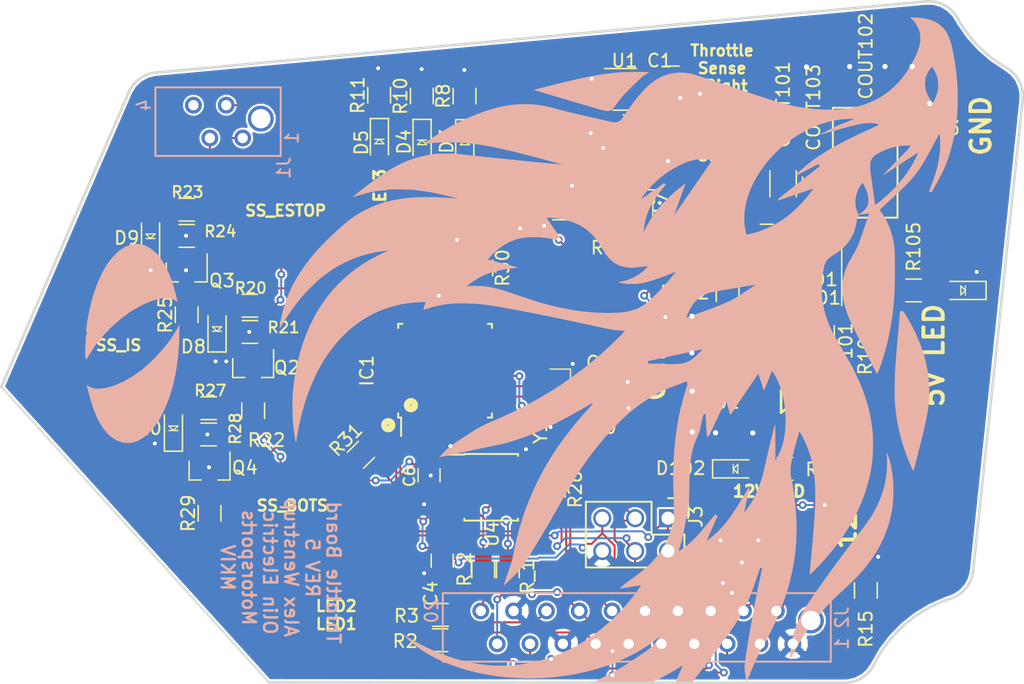
<source format=kicad_pcb>
(kicad_pcb (version 20171130) (host pcbnew 5.0.2-bee76a0~70~ubuntu18.04.1)
  (layers (0 F.Cu signal) (31 B.Cu signal hide) (34 B.Paste user) (35 F.Paste user) (36 B.SilkS user) (37 F.SilkS user) (38 B.Mask user) (39 F.Mask user) (44 Edge.Cuts user))
  (net 0 "")
  (net 1 GND)
  (net 2 VCC)
  (net 3 +12V)
  (net 4 "Net-(C8-Pad1)")
  (net 5 "Net-(C9-Pad1)")
  (net 6 "Net-(C10-Pad1)")
  (net 7 /ProgrammingLED1)
  (net 8 "Net-(D3-Pad1)")
  (net 9 "Net-(D4-Pad1)")
  (net 10 /ProgrammingLED2)
  (net 11 /ProgrammingLED3)
  (net 12 "Net-(D5-Pad1)")
  (net 13 "Net-(D8-Pad2)")
  (net 14 "Net-(D9-Pad2)")
  (net 15 "Net-(D10-Pad2)")
  (net 16 /MISO)
  (net 17 /MOSI)
  (net 18 "Net-(IC1-Pad3)")
  (net 19 /TXCAN)
  (net 20 /RXCAN)
  (net 21 "Net-(IC1-Pad8)")
  (net 22 "Net-(IC1-Pad9)")
  (net 23 /SCK)
  (net 24 /Drive_Mode_Out)
  (net 25 "Net-(IC1-Pad14)")
  (net 26 "Net-(IC1-Pad15)")
  (net 27 "Net-(IC1-Pad16)")
  (net 28 /Throttle1Adjusted)
  (net 29 /Throttle2Adjusted)
  (net 30 "Net-(IC1-Pad21)")
  (net 31 /SS_Inertia_Out_n)
  (net 32 /SS_EStop_Out_n)
  (net 33 /SS_BOTS_Out_n)
  (net 34 "Net-(IC1-Pad29)")
  (net 35 "Net-(IC1-Pad30)")
  (net 36 /RESET)
  (net 37 "Net-(IC1-Pad32)")
  (net 38 /SS_Cockpit_EStop)
  (net 39 /SS_BOTS)
  (net 40 /SS_Inertia_Switch)
  (net 41 /GND_DriveMode)
  (net 42 /CANH)
  (net 43 /CANL)
  (net 44 /Throttle1_Right_Sense)
  (net 45 /Throttle2_Left_Sense)
  (net 46 /LED1)
  (net 47 /LED2)
  (net 48 "Net-(R6-Pad2)")
  (net 49 "Net-(R16-Pad2)")
  (net 50 "Net-(U4-Pad5)")
  (net 51 "Net-(C101-Pad1)")
  (net 52 "Net-(C103-Pad2)")
  (net 53 "Net-(C103-Pad1)")
  (net 54 "Net-(COUT101-Pad1)")
  (net 55 "Net-(D102-Pad2)")
  (net 56 "Net-(D103-Pad2)")
  (net 57 "Net-(R102-Pad1)")
  (net 58 "Net-(IC1-Pad25)")
  (net 59 "Net-(J1-Pad4)")
  (net 60 "Net-(J2-Pad16)")
  (net 61 "Net-(J2-Pad13)")
  (module footprints:R_0805_OEM (layer F.Cu) (at 71.3994 80.6196 180)
    (fp_text reference R2 (at 2.6924 -0.0762 180) (layer F.SilkS))
    (fp_text value R_0 hide)
    (pad 2 smd rect (at 0.95 0 180) (size 0.7 1.3) (layers F.Cu F.Paste F.Mask) (net 2 VCC))
    (pad 1 smd rect (at -0.95 0 180) (size 0.7 1.3) (layers F.Cu F.Paste F.Mask) (net 61 "Net-(J2-Pad13)"))
  )
  (module footprints:R_0805_OEM (layer F.Cu) (at 71.435 78.6638)
    (fp_text reference R3 (at -2.6264 0.0762) (layer F.SilkS))
    (fp_text value R_0 hide)
    (pad 2 smd rect (at 0.95 0) (size 0.7 1.3) (layers F.Cu F.Paste F.Mask) (net 60 "Net-(J2-Pad16)"))
    (pad 1 smd rect (at -0.95 0) (size 0.7 1.3) (layers F.Cu F.Paste F.Mask) (net 2 VCC))
  )
  (module footprints:R_0805_OEM (layer F.Cu) (at 74.7395 75.1815 90)
    (fp_text reference R_2 (at 0.061 -1.4605 90) (layer F.SilkS))
    (fp_text value R_200 hide)
    (pad 2 smd rect (at 0.95 0 90) (size 0.7 1.3) (layers F.Cu F.Paste F.Mask) (net 22 "Net-(IC1-Pad9)"))
    (pad 1 smd rect (at -0.95 0 90) (size 0.7 1.3) (layers F.Cu F.Paste F.Mask) (net 47 /LED2))
  )
  (module footprints:C_0603_1608Metric (layer F.Cu) (at 96.738623 55.711057 180)
    (fp_text reference C102 (at 0 -1.43 180) (layer F.SilkS))
    (fp_text value C_2.2uF)
    (pad 2 smd roundrect (at 0.7875 0 180) (size 0.875 0.95) (layers F.Cu F.Paste F.Mask) (net 1 GND))
    (pad 1 smd roundrect (at -0.7875 0 180) (size 0.875 0.95) (layers F.Cu F.Paste F.Mask) (net 51 "Net-(C101-Pad1)"))
  )
  (module footprints:C_0805_OEM (layer F.Cu) (at 96.829303 57.516997 180)
    (fp_text reference C101 (at 0 -1.5 180) (layer F.SilkS))
    (fp_text value C_0.1uF hide)
    (pad 2 smd rect (at 1 0 180) (size 1 1.25) (layers F.Cu F.Paste F.Mask) (net 1 GND))
    (pad 1 smd rect (at -1 0 180) (size 1 1.25) (layers F.Cu F.Paste F.Mask) (net 51 "Net-(C101-Pad1)"))
  )
  (module footprints:LED_0805_OEM (layer F.Cu) (at 73.31122 42.159223 270)
    (fp_text reference D3 (at -0.1475 1.397 270) (layer F.SilkS))
    (fp_text value LED_0805 hide)
    (pad 1 smd rect (at -1.1 0 90) (size 1.2 1.2) (layers F.Cu F.Paste F.Mask) (net 8 "Net-(D3-Pad1)"))
    (pad 2 smd rect (at 1.1 0 90) (size 1.2 1.2) (layers F.Cu F.Paste F.Mask) (net 7 /ProgrammingLED1))
  )
  (module footprints:LED_0805_OEM (layer F.Cu) (at 66.70722 42.075223 270)
    (fp_text reference D5 (at 0.0635 1.397 270) (layer F.SilkS))
    (fp_text value LED_0805 hide)
    (pad 1 smd rect (at -1.1 0 90) (size 1.2 1.2) (layers F.Cu F.Paste F.Mask) (net 12 "Net-(D5-Pad1)"))
    (pad 2 smd rect (at 1.1 0 90) (size 1.2 1.2) (layers F.Cu F.Paste F.Mask) (net 11 /ProgrammingLED3))
  )
  (module footprints:R_0805_OEM (layer F.Cu) (at 80.2005 68.961 270)
    (fp_text reference R26 (at 0 -1.65 270) (layer F.SilkS))
    (fp_text value "R_120 DNP" hide)
    (pad 2 smd rect (at 0.95 0 270) (size 0.7 1.3) (layers F.Cu F.Paste F.Mask) (net 43 /CANL))
    (pad 1 smd rect (at -0.95 0 270) (size 0.7 1.3) (layers F.Cu F.Paste F.Mask) (net 42 /CANH))
  )
  (module footprints:LED_0805_OEM (layer F.Cu) (at 70.00922 42.138723 270)
    (fp_text reference D4 (at -0.0635 1.397 270) (layer F.SilkS))
    (fp_text value LED_0805 hide)
    (pad 1 smd rect (at -1.1 0 90) (size 1.2 1.2) (layers F.Cu F.Paste F.Mask) (net 9 "Net-(D4-Pad1)"))
    (pad 2 smd rect (at 1.1 0 90) (size 1.2 1.2) (layers F.Cu F.Paste F.Mask) (net 10 /ProgrammingLED2))
  )
  (module footprints:SOT-23-5_OEM (layer F.Cu) (at 85.66722 38.01515)
    (fp_text reference U1 (at 0 -2.22) (layer F.SilkS))
    (fp_text value MCP6001 hide)
    (pad 5 smd rect (at 1.1 -0.95) (size 1.06 0.65) (layers F.Cu F.Paste F.Mask) (net 2 VCC))
    (pad 4 smd rect (at 1.1 0.95) (size 1.06 0.65) (layers F.Cu F.Paste F.Mask) (net 48 "Net-(R6-Pad2)"))
    (pad 3 smd rect (at -1.1 0.95) (size 1.06 0.65) (layers F.Cu F.Paste F.Mask) (net 44 /Throttle1_Right_Sense))
    (pad 2 smd rect (at -1.1 0) (size 1.06 0.65) (layers F.Cu F.Paste F.Mask) (net 1 GND))
    (pad 1 smd rect (at -1.1 -0.95) (size 1.06 0.65) (layers F.Cu F.Paste F.Mask) (net 29 /Throttle2Adjusted))
  )
  (module footprints:SOIC-8_3.9x4.9mm_Pitch1.27mm_OEM (layer F.Cu) (at 75.352659 68.792706)
    (fp_text reference U4 (at 0.066491 3.612075 -270) (layer F.SilkS))
    (fp_text value CAN_Transceiver hide)
    (pad 8 smd rect (at 2.7 -1.905) (size 1.55 0.6) (layers F.Cu F.Paste F.Mask) (net 1 GND))
    (pad 7 smd rect (at 2.7 -0.635) (size 1.55 0.6) (layers F.Cu F.Paste F.Mask) (net 42 /CANH))
    (pad 6 smd rect (at 2.7 0.635) (size 1.55 0.6) (layers F.Cu F.Paste F.Mask) (net 43 /CANL))
    (pad 5 smd rect (at 2.7 1.905) (size 1.55 0.6) (layers F.Cu F.Paste F.Mask) (net 50 "Net-(U4-Pad5)"))
    (pad 4 smd rect (at -2.7 1.905) (size 1.55 0.6) (layers F.Cu F.Paste F.Mask) (net 20 /RXCAN))
    (pad 3 smd rect (at -2.7 0.635) (size 1.55 0.6) (layers F.Cu F.Paste F.Mask) (net 2 VCC))
    (pad 2 smd rect (at -2.7 -0.635) (size 1.55 0.6) (layers F.Cu F.Paste F.Mask) (net 1 GND))
    (pad 1 smd rect (at -2.7 -1.905) (size 1.55 0.6) (layers F.Cu F.Paste F.Mask) (net 19 /TXCAN))
  )
  (module footprints:Pin_Header_Straight_2x03 (layer F.Cu) (at 89.027 71.1835 270)
    (fp_text reference J3 (at -0.127 -2.159 270) (layer F.SilkS))
    (fp_text value CONN_02X03 hide)
    (pad 6 thru_hole circle (at 2.54 5.08 270) (size 1.4 1.4) (drill 1.016) (layers *.Cu *.Mask) (net 1 GND))
    (pad 5 thru_hole circle (at 0 5.08 270) (size 1.4 1.4) (drill 1.016) (layers *.Cu *.Mask) (net 36 /RESET))
    (pad 4 thru_hole circle (at 2.54 2.54 270) (size 1.4 1.4) (drill 1.016) (layers *.Cu *.Mask) (net 17 /MOSI))
    (pad 3 thru_hole circle (at 0 2.54 270) (size 1.4 1.4) (drill 1.016) (layers *.Cu *.Mask) (net 23 /SCK))
    (pad 2 thru_hole circle (at 2.54 0 270) (size 1.4 1.4) (drill 1.016) (layers *.Cu *.Mask) (net 2 VCC))
    (pad 1 thru_hole rect (at 0 0 270) (size 1.4 1.4) (drill 1.016) (layers *.Cu *.Mask) (net 16 /MISO))
  )
  (module footprints:C_0805_OEM (layer F.Cu) (at 89.377219 37.06515 180)
    (fp_text reference C1 (at 1 1.27 180) (layer F.SilkS))
    (fp_text value C_0.1uF hide)
    (pad 2 smd rect (at 1 0 180) (size 1 1.25) (layers F.Cu F.Paste F.Mask) (net 2 VCC))
    (pad 1 smd rect (at -1 0 180) (size 1 1.25) (layers F.Cu F.Paste F.Mask) (net 1 GND))
  )
  (module footprints:C_0805_OEM (layer F.Cu) (at 87.996219 44.93915 180)
    (fp_text reference C2 (at 0.762 1.524 180) (layer F.SilkS))
    (fp_text value C_0.1uF hide)
    (pad 2 smd rect (at 1 0 180) (size 1 1.25) (layers F.Cu F.Paste F.Mask) (net 2 VCC))
    (pad 1 smd rect (at -1 0 180) (size 1 1.25) (layers F.Cu F.Paste F.Mask) (net 1 GND))
  )
  (module footprints:C_0805_OEM (layer F.Cu) (at 71.5645 74.4695 270)
    (fp_text reference C4 (at 2.54 0.889 270) (layer F.SilkS))
    (fp_text value C_0.1uF hide)
    (pad 2 smd rect (at 1 0 270) (size 1 1.25) (layers F.Cu F.Paste F.Mask) (net 1 GND))
    (pad 1 smd rect (at -1 0 270) (size 1 1.25) (layers F.Cu F.Paste F.Mask) (net 2 VCC))
  )
  (module footprints:C_0805_OEM (layer F.Cu) (at 70.5485 67.8655 270)
    (fp_text reference C6 (at 0.0795 1.524 270) (layer F.SilkS) (effects (font (size 0.85 0.85))))
    (fp_text value C_0.1uF hide)
    (pad 2 smd rect (at 1 0 270) (size 1 1.25) (layers F.Cu F.Paste F.Mask) (net 1 GND))
    (pad 1 smd rect (at -1 0 270) (size 1 1.25) (layers F.Cu F.Paste F.Mask) (net 2 VCC))
  )
  (module footprints:LED_0805_OEM (layer F.Cu) (at 54.1518 56.528019 90)
    (fp_text reference D8 (at -1.383981 -1.8278 180) (layer F.SilkS))
    (fp_text value LED_0805 hide)
    (pad 1 smd rect (at -1.1 0 270) (size 1.2 1.2) (layers F.Cu F.Paste F.Mask) (net 1 GND))
    (pad 2 smd rect (at 1.1 0 270) (size 1.2 1.2) (layers F.Cu F.Paste F.Mask) (net 13 "Net-(D8-Pad2)"))
  )
  (module footprints:LED_0805_OEM (layer F.Cu) (at 49.008302 49.352518 90)
    (fp_text reference D9 (at -0.158631 -1.842581 180) (layer F.SilkS))
    (fp_text value LED_0805 hide)
    (pad 1 smd rect (at -1.1 0 270) (size 1.2 1.2) (layers F.Cu F.Paste F.Mask) (net 1 GND))
    (pad 2 smd rect (at 1.1 0 270) (size 1.2 1.2) (layers F.Cu F.Paste F.Mask) (net 14 "Net-(D9-Pad2)"))
  )
  (module footprints:LED_0805_OEM (layer F.Cu) (at 50.777368 64.201234 90)
    (fp_text reference D10 (at -0.031631 -2.350581 180) (layer F.SilkS))
    (fp_text value LED_0805 hide)
    (pad 1 smd rect (at -1.1 0 270) (size 1.2 1.2) (layers F.Cu F.Paste F.Mask) (net 1 GND))
    (pad 2 smd rect (at 1.1 0 270) (size 1.2 1.2) (layers F.Cu F.Paste F.Mask) (net 15 "Net-(D10-Pad2)"))
  )
  (module footprints:micromatch_female_vert_4 (layer B.Cu) (at 51.054 41.783 90)
    (fp_text reference J1 (at -2.31 8.258 90) (layer B.SilkS) (effects (justify mirror)))
    (fp_text value micromatch_female_TOP_ENTRY_locking_4 hide)
    (fp_text user 1 (at 0 8.89 90) (layer B.SilkS) (effects (justify mirror)))
    (fp_text user 4 (at 2.54 -2.54 90) (layer B.SilkS) (effects (justify mirror)))
    (pad 5 thru_hole circle (at 1.5 6.48 90) (size 2 2) (drill 1.5) (layers *.Cu *.Mask))
    (pad 4 thru_hole circle (at 2.54 1.27 90) (size 1.3 1.3) (drill 0.8) (layers *.Cu *.Mask) (net 59 "Net-(J1-Pad4)"))
    (pad 2 thru_hole circle (at 2.54 3.81 90) (size 1.3 1.3) (drill 0.8) (layers *.Cu *.Mask) (net 40 /SS_Inertia_Switch))
    (pad 1 thru_hole circle (at 0 5.08 90) (size 1.3 1.3) (drill 0.8) (layers *.Cu *.Mask) (net 39 /SS_BOTS))
    (pad 3 thru_hole circle (at 0 2.54 90) (size 1.3 1.3) (drill 0.8) (layers *.Cu *.Mask) (net 38 /SS_Cockpit_EStop))
  )
  (module footprints:micromatch_female_vert_20 (layer B.Cu) (at 93.599 80.899 90)
    (fp_text reference J2 (at 2.032 8.89 90) (layer B.SilkS) (effects (justify mirror)))
    (fp_text value micromatch_female_TOP_ENTRY_locking_20 hide)
    (fp_text user 1 (at 0 8.89 90) (layer B.SilkS) (effects (justify mirror)))
    (fp_text user 20 (at 2.54 -22.86 90) (layer B.SilkS) (effects (justify mirror)))
    (pad 21 thru_hole circle (at 1.8 6.48 90) (size 2 2) (drill 1.5) (layers *.Cu *.Mask))
    (pad 20 thru_hole circle (at 2.54 -19.05 90) (size 1.3 1.3) (drill 0.8) (layers *.Cu *.Mask) (net 47 /LED2))
    (pad 19 thru_hole circle (at 0 -17.78 90) (size 1.3 1.3) (drill 0.8) (layers *.Cu *.Mask) (net 46 /LED1))
    (pad 18 thru_hole circle (at 2.54 -16.51 90) (size 1.3 1.3) (drill 0.8) (layers *.Cu *.Mask) (net 1 GND))
    (pad 17 thru_hole circle (at 0 -15.24 90) (size 1.3 1.3) (drill 0.8) (layers *.Cu *.Mask) (net 45 /Throttle2_Left_Sense))
    (pad 16 thru_hole circle (at 2.54 -13.97 90) (size 1.3 1.3) (drill 0.8) (layers *.Cu *.Mask) (net 60 "Net-(J2-Pad16)"))
    (pad 15 thru_hole circle (at 0 -12.7 90) (size 1.3 1.3) (drill 0.8) (layers *.Cu *.Mask) (net 1 GND))
    (pad 14 thru_hole circle (at 2.54 -11.43 90) (size 1.3 1.3) (drill 0.8) (layers *.Cu *.Mask) (net 44 /Throttle1_Right_Sense))
    (pad 13 thru_hole circle (at 0 -10.16 90) (size 1.3 1.3) (drill 0.8) (layers *.Cu *.Mask) (net 61 "Net-(J2-Pad13)"))
    (pad 12 thru_hole circle (at 2.54 -8.89 90) (size 1.3 1.3) (drill 0.8) (layers *.Cu *.Mask) (net 43 /CANL))
    (pad 11 thru_hole circle (at 0 -7.62 90) (size 1.3 1.3) (drill 0.8) (layers *.Cu *.Mask) (net 42 /CANH))
    (pad 10 thru_hole circle (at 2.54 -6.35 90) (size 1.3 1.3) (drill 0.8) (layers *.Cu *.Mask) (net 36 /RESET))
    (pad 9 thru_hole circle (at 0 -5.08 90) (size 1.3 1.3) (drill 0.8) (layers *.Cu *.Mask) (net 23 /SCK))
    (pad 8 thru_hole circle (at 2.54 -3.81 90) (size 1.3 1.3) (drill 0.8) (layers *.Cu *.Mask) (net 16 /MISO))
    (pad 6 thru_hole circle (at 2.54 -1.27 90) (size 1.3 1.3) (drill 0.8) (layers *.Cu *.Mask) (net 2 VCC))
    (pad 4 thru_hole circle (at 2.54 1.27 90) (size 1.3 1.3) (drill 0.8) (layers *.Cu *.Mask) (net 24 /Drive_Mode_Out))
    (pad 2 thru_hole circle (at 2.54 3.81 90) (size 1.3 1.3) (drill 0.8) (layers *.Cu *.Mask) (net 3 +12V))
    (pad 7 thru_hole circle (at 0 -2.54 90) (size 1.3 1.3) (drill 0.8) (layers *.Cu *.Mask) (net 17 /MOSI))
    (pad 1 thru_hole circle (at 0 5.08 90) (size 1.3 1.3) (drill 0.8) (layers *.Cu *.Mask) (net 1 GND))
    (pad 3 thru_hole circle (at 0 2.54 90) (size 1.3 1.3) (drill 0.8) (layers *.Cu *.Mask) (net 2 VCC))
    (pad 5 thru_hole circle (at 0 0 90) (size 1.3 1.3) (drill 0.8) (layers *.Cu *.Mask) (net 41 /GND_DriveMode))
  )
  (module footprints:SOT-23F (layer F.Cu) (at 56.945801 59.54202 270)
    (fp_text reference Q2 (at 0 -2.602419 180) (layer F.SilkS))
    (fp_text value SSM3K333R hide)
    (pad 3 smd rect (at 1.05 0 270) (size 0.9 0.8) (layers F.Cu F.Paste F.Mask) (net 31 /SS_Inertia_Out_n))
    (pad 2 smd rect (at -1.05 0.95 270) (size 0.9 0.8) (layers F.Cu F.Paste F.Mask) (net 1 GND))
    (pad 1 smd rect (at -1.05 -0.95 270) (size 0.9 0.8) (layers F.Cu F.Paste F.Mask) (net 40 /SS_Inertia_Switch))
  )
  (module footprints:SOT-23F (layer F.Cu) (at 51.802301 52.146518 270)
    (fp_text reference Q3 (at 0.666631 -2.729419) (layer F.SilkS))
    (fp_text value SSM3K333R hide)
    (pad 3 smd rect (at 1.05 0 270) (size 0.9 0.8) (layers F.Cu F.Paste F.Mask) (net 32 /SS_EStop_Out_n))
    (pad 2 smd rect (at -1.05 0.95 270) (size 0.9 0.8) (layers F.Cu F.Paste F.Mask) (net 1 GND))
    (pad 1 smd rect (at -1.05 -0.95 270) (size 0.9 0.8) (layers F.Cu F.Paste F.Mask) (net 38 /SS_Cockpit_EStop))
  )
  (module footprints:SOT-23F (layer F.Cu) (at 53.571369 67.469234 270)
    (fp_text reference Q4 (at -0.188369 -2.729419) (layer F.SilkS))
    (fp_text value SSM3K333R hide)
    (pad 3 smd rect (at 1.05 0 270) (size 0.9 0.8) (layers F.Cu F.Paste F.Mask) (net 33 /SS_BOTS_Out_n))
    (pad 2 smd rect (at -1.05 0.95 270) (size 0.9 0.8) (layers F.Cu F.Paste F.Mask) (net 1 GND))
    (pad 1 smd rect (at -1.05 -0.95 270) (size 0.9 0.8) (layers F.Cu F.Paste F.Mask) (net 39 /SS_BOTS))
  )
  (module footprints:R_0805_OEM (layer F.Cu) (at 82.09322 39.60515)
    (fp_text reference R1 (at 0 -1.524) (layer F.SilkS) (effects (font (size 0.85 0.85))))
    (fp_text value R_1M hide)
    (pad 2 smd rect (at 0.95 0) (size 0.7 1.3) (layers F.Cu F.Paste F.Mask) (net 44 /Throttle1_Right_Sense))
    (pad 1 smd rect (at -0.95 0) (size 0.7 1.3) (layers F.Cu F.Paste F.Mask) (net 2 VCC))
  )
  (module footprints:R_0805_OEM (layer F.Cu) (at 86.157218 40.87515)
    (fp_text reference R6 (at -0.32 1.27) (layer F.SilkS))
    (fp_text value R_1k hide)
    (pad 2 smd rect (at 0.95 0) (size 0.7 1.3) (layers F.Cu F.Paste F.Mask) (net 48 "Net-(R6-Pad2)"))
    (pad 1 smd rect (at -0.95 0) (size 0.7 1.3) (layers F.Cu F.Paste F.Mask) (net 29 /Throttle2Adjusted))
  )
  (module footprints:R_0805_OEM (layer F.Cu) (at 88.63122 39.60515 90)
    (fp_text reference R7 (at -1.27 1.27 90) (layer F.SilkS))
    (fp_text value R_2.2k hide)
    (pad 2 smd rect (at 0.95 0 90) (size 0.7 1.3) (layers F.Cu F.Paste F.Mask) (net 1 GND))
    (pad 1 smd rect (at -0.95 0 90) (size 0.7 1.3) (layers F.Cu F.Paste F.Mask) (net 48 "Net-(R6-Pad2)"))
  )
  (module footprints:R_0805_OEM (layer F.Cu) (at 73.29237 38.534003 90)
    (fp_text reference R8 (at 0 -1.65 90) (layer F.SilkS))
    (fp_text value R_200 hide)
    (pad 2 smd rect (at 0.95 0 90) (size 0.7 1.3) (layers F.Cu F.Paste F.Mask) (net 1 GND))
    (pad 1 smd rect (at -0.95 0 90) (size 0.7 1.3) (layers F.Cu F.Paste F.Mask) (net 8 "Net-(D3-Pad1)"))
  )
  (module footprints:R_0805_OEM (layer F.Cu) (at 69.990371 38.534003 90)
    (fp_text reference R10 (at 0 -1.65 90) (layer F.SilkS))
    (fp_text value R_200 hide)
    (pad 2 smd rect (at 0.95 0 90) (size 0.7 1.3) (layers F.Cu F.Paste F.Mask) (net 1 GND))
    (pad 1 smd rect (at -0.95 0 90) (size 0.7 1.3) (layers F.Cu F.Paste F.Mask) (net 9 "Net-(D4-Pad1)"))
  )
  (module footprints:R_0805_OEM (layer F.Cu) (at 66.688369 38.468004 90)
    (fp_text reference R11 (at 0 -1.65 90) (layer F.SilkS))
    (fp_text value R_200 hide)
    (pad 2 smd rect (at 0.95 0 90) (size 0.7 1.3) (layers F.Cu F.Paste F.Mask) (net 1 GND))
    (pad 1 smd rect (at -0.95 0 90) (size 0.7 1.3) (layers F.Cu F.Paste F.Mask) (net 12 "Net-(D5-Pad1)"))
  )
  (module footprints:R_0805_OEM (layer F.Cu) (at 80.69622 47.22515)
    (fp_text reference R13 (at 0 -1.65) (layer F.SilkS))
    (fp_text value R_1M hide)
    (pad 2 smd rect (at 0.95 0) (size 0.7 1.3) (layers F.Cu F.Paste F.Mask) (net 45 /Throttle2_Left_Sense))
    (pad 1 smd rect (at -0.95 0) (size 0.7 1.3) (layers F.Cu F.Paste F.Mask) (net 2 VCC))
  )
  (module footprints:R_0805_OEM (layer F.Cu) (at 104.3305 76.7715 270)
    (fp_text reference R15 (at 2.982 0 90) (layer F.SilkS))
    (fp_text value R_22K hide)
    (pad 2 smd rect (at 0.95 0 270) (size 0.7 1.3) (layers F.Cu F.Paste F.Mask) (net 41 /GND_DriveMode))
    (pad 1 smd rect (at -0.95 0 270) (size 0.7 1.3) (layers F.Cu F.Paste F.Mask) (net 1 GND))
  )
  (module footprints:R_0805_OEM (layer F.Cu) (at 84.50622 48.74915)
    (fp_text reference R16 (at 0 1.524) (layer F.SilkS))
    (fp_text value R_2.2k hide)
    (pad 2 smd rect (at 0.95 0) (size 0.7 1.3) (layers F.Cu F.Paste F.Mask) (net 49 "Net-(R16-Pad2)"))
    (pad 1 smd rect (at -0.95 0) (size 0.7 1.3) (layers F.Cu F.Paste F.Mask) (net 28 /Throttle1Adjusted))
  )
  (module footprints:R_0805_OEM (layer F.Cu) (at 86.980219 47.41315 90)
    (fp_text reference R17 (at 0 1.524 90) (layer F.SilkS))
    (fp_text value R_2.2k hide)
    (pad 2 smd rect (at 0.95 0 90) (size 0.7 1.3) (layers F.Cu F.Paste F.Mask) (net 1 GND))
    (pad 1 smd rect (at -0.95 0 90) (size 0.7 1.3) (layers F.Cu F.Paste F.Mask) (net 49 "Net-(R16-Pad2)"))
  )
  (module footprints:R_0805_OEM (layer F.Cu) (at 96.012 74.991 90)
    (fp_text reference R19 (at -0.066 1.8415 90) (layer F.SilkS))
    (fp_text value R_22K hide)
    (pad 2 smd rect (at 0.95 0 90) (size 0.7 1.3) (layers F.Cu F.Paste F.Mask) (net 1 GND))
    (pad 1 smd rect (at -0.95 0 90) (size 0.7 1.3) (layers F.Cu F.Paste F.Mask) (net 24 /Drive_Mode_Out))
  )
  (module footprints:R_0805_OEM (layer F.Cu) (at 56.6918 54.750017 180)
    (fp_text reference R20 (at -0.062419 1.365369) (layer F.SilkS) (effects (font (size 0.85 0.85))))
    (fp_text value R_1k hide)
    (pad 2 smd rect (at 0.95 0 180) (size 0.7 1.3) (layers F.Cu F.Paste F.Mask) (net 13 "Net-(D8-Pad2)"))
    (pad 1 smd rect (at -0.95 0 180) (size 0.7 1.3) (layers F.Cu F.Paste F.Mask) (net 40 /SS_Inertia_Switch))
  )
  (module footprints:R_0805_OEM (layer F.Cu) (at 56.6918 56.782019 180)
    (fp_text reference R21 (at -2.602419 0.349369) (layer F.SilkS) (effects (font (size 0.85 0.85))))
    (fp_text value R_100k hide)
    (pad 2 smd rect (at 0.95 0 180) (size 0.7 1.3) (layers F.Cu F.Paste F.Mask) (net 1 GND))
    (pad 1 smd rect (at -0.95 0 180) (size 0.7 1.3) (layers F.Cu F.Paste F.Mask) (net 40 /SS_Inertia_Switch))
  )
  (module footprints:R_0805_OEM (layer F.Cu) (at 56.945799 62.878017 90)
    (fp_text reference R22 (at -2.272983 1.029701 180) (layer F.SilkS))
    (fp_text value R_10k hide)
    (pad 2 smd rect (at 0.95 0 90) (size 0.7 1.3) (layers F.Cu F.Paste F.Mask) (net 31 /SS_Inertia_Out_n))
    (pad 1 smd rect (at -0.95 0 90) (size 0.7 1.3) (layers F.Cu F.Paste F.Mask) (net 2 VCC))
  )
  (module footprints:R_0805_OEM (layer F.Cu) (at 51.8023 47.320519 180)
    (fp_text reference R23 (at -0.062419 1.365369) (layer F.SilkS) (effects (font (size 0.85 0.85))))
    (fp_text value R_1k hide)
    (pad 2 smd rect (at 0.95 0 180) (size 0.7 1.3) (layers F.Cu F.Paste F.Mask) (net 14 "Net-(D9-Pad2)"))
    (pad 1 smd rect (at -0.95 0 180) (size 0.7 1.3) (layers F.Cu F.Paste F.Mask) (net 38 /SS_Cockpit_EStop))
  )
  (module footprints:R_0805_OEM (layer F.Cu) (at 51.802301 49.352517 180)
    (fp_text reference R24 (at -2.602419 0.349369) (layer F.SilkS) (effects (font (size 0.85 0.85))))
    (fp_text value R_100k hide)
    (pad 2 smd rect (at 0.95 0 180) (size 0.7 1.3) (layers F.Cu F.Paste F.Mask) (net 1 GND))
    (pad 1 smd rect (at -0.95 0 180) (size 0.7 1.3) (layers F.Cu F.Paste F.Mask) (net 38 /SS_Cockpit_EStop))
  )
  (module footprints:R_0805_OEM (layer F.Cu) (at 51.8023 55.448519 90)
    (fp_text reference R25 (at 0 -1.65 90) (layer F.SilkS))
    (fp_text value R_10k hide)
    (pad 2 smd rect (at 0.95 0 90) (size 0.7 1.3) (layers F.Cu F.Paste F.Mask) (net 32 /SS_EStop_Out_n))
    (pad 1 smd rect (at -0.95 0 90) (size 0.7 1.3) (layers F.Cu F.Paste F.Mask) (net 2 VCC))
  )
  (module footprints:R_0805_OEM (layer F.Cu) (at 53.505369 62.677233 180)
    (fp_text reference R27 (at -0.128419 1.365369) (layer F.SilkS) (effects (font (size 0.85 0.85))))
    (fp_text value R_1k hide)
    (pad 2 smd rect (at 0.95 0 180) (size 0.7 1.3) (layers F.Cu F.Paste F.Mask) (net 15 "Net-(D10-Pad2)"))
    (pad 1 smd rect (at -0.95 0 180) (size 0.7 1.3) (layers F.Cu F.Paste F.Mask) (net 39 /SS_BOTS))
  )
  (module footprints:R_0805_OEM (layer F.Cu) (at 53.505368 64.709234 180)
    (fp_text reference R28 (at -2.057132 0.447234 90) (layer F.SilkS) (effects (font (size 0.85 0.85))))
    (fp_text value R_100k hide)
    (pad 2 smd rect (at 0.95 0 180) (size 0.7 1.3) (layers F.Cu F.Paste F.Mask) (net 1 GND))
    (pad 1 smd rect (at -0.95 0 180) (size 0.7 1.3) (layers F.Cu F.Paste F.Mask) (net 39 /SS_BOTS))
  )
  (module footprints:R_0805_OEM (layer F.Cu) (at 53.571369 70.805234 90)
    (fp_text reference R29 (at 0 -1.65 90) (layer F.SilkS))
    (fp_text value R_10k hide)
    (pad 2 smd rect (at 0.95 0 90) (size 0.7 1.3) (layers F.Cu F.Paste F.Mask) (net 33 /SS_BOTS_Out_n))
    (pad 1 smd rect (at -0.95 0 90) (size 0.7 1.3) (layers F.Cu F.Paste F.Mask) (net 2 VCC))
  )
  (module footprints:SOT-23-5_OEM (layer F.Cu) (at 84.18622 45.955149)
    (fp_text reference U3 (at -0.127 -2.286) (layer F.SilkS))
    (fp_text value MCP6001 hide)
    (pad 5 smd rect (at 1.1 -0.95) (size 1.06 0.65) (layers F.Cu F.Paste F.Mask) (net 2 VCC))
    (pad 4 smd rect (at 1.1 0.95) (size 1.06 0.65) (layers F.Cu F.Paste F.Mask) (net 49 "Net-(R16-Pad2)"))
    (pad 3 smd rect (at -1.1 0.95) (size 1.06 0.65) (layers F.Cu F.Paste F.Mask) (net 45 /Throttle2_Left_Sense))
    (pad 2 smd rect (at -1.1 0) (size 1.06 0.65) (layers F.Cu F.Paste F.Mask) (net 1 GND))
    (pad 1 smd rect (at -1.1 -0.95) (size 1.06 0.65) (layers F.Cu F.Paste F.Mask) (net 28 /Throttle1Adjusted))
  )
  (module footprints:R_0805_OEM (layer F.Cu) (at 76.6445 75.1815 90)
    (fp_text reference R_1 (at -0.508 1.524 90) (layer F.SilkS))
    (fp_text value R_200 hide)
    (pad 2 smd rect (at 0.95 0 90) (size 0.7 1.3) (layers F.Cu F.Paste F.Mask) (net 21 "Net-(IC1-Pad8)"))
    (pad 1 smd rect (at -0.95 0 90) (size 0.7 1.3) (layers F.Cu F.Paste F.Mask) (net 46 /LED1))
  )
  (module footprints:Fuse_1812 (layer F.Cu) (at 104.279123 46.440057 90)
    (fp_text reference COUT102 (at 10.9957 0.049 90) (layer F.SilkS))
    (fp_text value C_33uF hide)
    (pad 1 smd rect (at 0 0 90) (size 1.78 3.5) (layers F.Cu F.Paste F.Mask) (net 54 "Net-(COUT101-Pad1)"))
    (pad 2 smd rect (at 5.28 0 90) (size 1.78 3.5) (layers F.Cu F.Paste F.Mask) (net 1 GND))
  )
  (module footprints:C_0805_OEM (layer F.Cu) (at 96.659123 49.297557 180)
    (fp_text reference C103 (at -2.244 0.0032 90) (layer F.SilkS) (effects (font (size 0.6 0.6))))
    (fp_text value C_0.1uF hide)
    (pad 2 smd rect (at 1 0 180) (size 1 1.25) (layers F.Cu F.Paste F.Mask) (net 52 "Net-(C103-Pad2)"))
    (pad 1 smd rect (at -1 0 180) (size 1 1.25) (layers F.Cu F.Paste F.Mask) (net 53 "Net-(C103-Pad1)"))
  )
  (module footprints:Fuse_1210 (layer F.Cu) (at 100.405623 57.298557 270)
    (fp_text reference F101 (at 0.5958 -2.3725 270) (layer F.SilkS))
    (fp_text value F_500mA_16V hide)
    (pad 2 smd rect (at 1.45 0 270) (size 0.9 2.5) (layers F.Cu F.Paste F.Mask) (net 3 +12V))
    (pad 1 smd rect (at -1.45 0 270) (size 0.9 2.5) (layers F.Cu F.Paste F.Mask) (net 51 "Net-(C101-Pad1)"))
  )
  (module footprints:R_0805_OEM (layer F.Cu) (at 93.656843 49.924937 270)
    (fp_text reference R103 (at -0.03058 3.37872) (layer F.SilkS))
    (fp_text value R_100K hide)
    (pad 2 smd rect (at 0.95 0 270) (size 0.7 1.3) (layers F.Cu F.Paste F.Mask) (net 57 "Net-(R102-Pad1)"))
    (pad 1 smd rect (at -0.95 0 270) (size 0.7 1.3) (layers F.Cu F.Paste F.Mask) (net 54 "Net-(COUT101-Pad1)"))
  )
  (module footprints:R_0805_OEM (layer F.Cu) (at 93.641603 53.811137 270)
    (fp_text reference R102 (at -0.06678 3.31348) (layer F.SilkS))
    (fp_text value R_25K hide)
    (pad 2 smd rect (at 0.95 0 270) (size 0.7 1.3) (layers F.Cu F.Paste F.Mask) (net 1 GND))
    (pad 1 smd rect (at -0.95 0 270) (size 0.7 1.3) (layers F.Cu F.Paste F.Mask) (net 57 "Net-(R102-Pad1)"))
  )
  (module footprints:R_0805_OEM (layer F.Cu) (at 108.028123 53.569357)
    (fp_text reference R105 (at 0 -3.375 -270) (layer F.SilkS))
    (fp_text value R_200 hide)
    (pad 2 smd rect (at 0.95 0) (size 0.7 1.3) (layers F.Cu F.Paste F.Mask) (net 56 "Net-(D103-Pad2)"))
    (pad 1 smd rect (at -0.95 0) (size 0.7 1.3) (layers F.Cu F.Paste F.Mask) (net 2 VCC))
  )
  (module footprints:R_2512_OEM (layer F.Cu) (at 104.284203 52.141157 270)
    (fp_text reference R104 (at 6.0532 0.00608 270) (layer F.SilkS))
    (fp_text value R_0_2512 hide)
    (pad 2 smd rect (at 3.1 0 270) (size 1 3.2) (layers F.Cu F.Paste F.Mask) (net 2 VCC))
    (pad 1 smd rect (at -3.1 0 270) (size 1 3.2) (layers F.Cu F.Paste F.Mask) (net 54 "Net-(COUT101-Pad1)"))
  )
  (module footprints:SOT-23-6_OEM (layer F.Cu) (at 96.643923 52.591757)
    (fp_text reference U101 (at 3.8092 1.5526) (layer F.SilkS))
    (fp_text value TPS560430YF hide)
    (pad 5 smd rect (at 1.1 0) (size 1.06 0.65) (layers F.Cu F.Paste F.Mask) (net 51 "Net-(C101-Pad1)"))
    (pad 6 smd rect (at 1.1 -0.95) (size 1.06 0.65) (layers F.Cu F.Paste F.Mask) (net 53 "Net-(C103-Pad1)"))
    (pad 4 smd rect (at 1.1 0.95) (size 1.06 0.65) (layers F.Cu F.Paste F.Mask) (net 51 "Net-(C101-Pad1)"))
    (pad 3 smd rect (at -1.1 0.95) (size 1.06 0.65) (layers F.Cu F.Paste F.Mask) (net 57 "Net-(R102-Pad1)"))
    (pad 2 smd rect (at -1.1 0) (size 1.06 0.65) (layers F.Cu F.Paste F.Mask) (net 1 GND))
    (pad 1 smd rect (at -1.1 -0.95) (size 1.06 0.65) (layers F.Cu F.Paste F.Mask) (net 52 "Net-(C103-Pad2)"))
  )
  (module footprints:C_1206_OEM (layer F.Cu) (at 97.929123 45.321057 90)
    (fp_text reference COUT101 (at 6.1267 -0.001 90) (layer F.SilkS))
    (fp_text value C_22uF hide)
    (pad 2 smd rect (at 1.5 0 90) (size 1 1.6) (layers F.Cu F.Paste F.Mask) (net 1 GND))
    (pad 1 smd rect (at -1.5 0 90) (size 1 1.6) (layers F.Cu F.Paste F.Mask) (net 54 "Net-(COUT101-Pad1)"))
  )
  (module footprints:C_0805_OEM (layer F.Cu) (at 100.278623 45.297057 90)
    (fp_text reference COUT103 (at 5.8777 -0.0005 90) (layer F.SilkS))
    (fp_text value C_47uF hide)
    (pad 2 smd rect (at 1 0 90) (size 1 1.25) (layers F.Cu F.Paste F.Mask) (net 1 GND))
    (pad 1 smd rect (at -1 0 90) (size 1 1.25) (layers F.Cu F.Paste F.Mask) (net 54 "Net-(COUT101-Pad1)"))
  )
  (module footprints:DO-214AA (layer F.Cu) (at 98.373623 62.315057 180)
    (fp_text reference D101 (at 5.7205 0.1207) (layer F.SilkS))
    (fp_text value D_Zener_18V hide)
    (pad 1 smd rect (at -2.032 0) (size 1.778 2.159) (layers F.Cu F.Paste F.Mask) (net 3 +12V))
    (pad 2 smd rect (at 2.032 0) (size 1.778 2.159) (layers F.Cu F.Paste F.Mask) (net 1 GND))
  )
  (module footprints:LED_0805_OEM (layer F.Cu) (at 111.828123 53.569357 180)
    (fp_text reference D103 (at 2.151374 12.548614) (layer F.SilkS))
    (fp_text value LED_0805 hide)
    (pad 1 smd rect (at -1.1 0) (size 1.2 1.2) (layers F.Cu F.Paste F.Mask) (net 1 GND))
    (pad 2 smd rect (at 1.1 0) (size 1.2 1.2) (layers F.Cu F.Paste F.Mask) (net 56 "Net-(D103-Pad2)"))
  )
  (module footprints:LED_0805_OEM (layer F.Cu) (at 94.278123 67.369357)
    (fp_text reference D102 (at -4.275 -0.05 -180) (layer F.SilkS))
    (fp_text value LED_0805 hide)
    (pad 1 smd rect (at -1.1 0 180) (size 1.2 1.2) (layers F.Cu F.Paste F.Mask) (net 1 GND))
    (pad 2 smd rect (at 1.1 0 180) (size 1.2 1.2) (layers F.Cu F.Paste F.Mask) (net 55 "Net-(D102-Pad2)"))
  )
  (module footprints:R_0805_OEM (layer F.Cu) (at 98.078123 67.369357 180)
    (fp_text reference R101 (at -3.5 -0.05) (layer F.SilkS))
    (fp_text value R_200 hide)
    (pad 2 smd rect (at 0.95 0 180) (size 0.7 1.3) (layers F.Cu F.Paste F.Mask) (net 55 "Net-(D102-Pad2)"))
    (pad 1 smd rect (at -0.95 0 180) (size 0.7 1.3) (layers F.Cu F.Paste F.Mask) (net 51 "Net-(C101-Pad1)"))
  )
  (module footprints:C_0805_OEM (layer F.Cu) (at 72.685292 52.003669 90)
    (fp_text reference C8 (at 0 -1.5 90) (layer F.SilkS))
    (fp_text value C_100pF hide)
    (pad 2 smd rect (at 1 0 90) (size 1 1.25) (layers F.Cu F.Paste F.Mask) (net 1 GND))
    (pad 1 smd rect (at -1 0 90) (size 1 1.25) (layers F.Cu F.Paste F.Mask) (net 4 "Net-(C8-Pad1)"))
  )
  (module footprints:C_0805_OEM (layer F.Cu) (at 83.654792 60.655669)
    (fp_text reference C9 (at 0 -1.5) (layer F.SilkS))
    (fp_text value C_30pF hide)
    (pad 2 smd rect (at 1 0) (size 1 1.25) (layers F.Cu F.Paste F.Mask) (net 1 GND))
    (pad 1 smd rect (at -1 0) (size 1 1.25) (layers F.Cu F.Paste F.Mask) (net 5 "Net-(C9-Pad1)"))
  )
  (module footprints:C_0805_OEM (layer F.Cu) (at 83.654792 62.687669)
    (fp_text reference C10 (at -0.0475 1.4605) (layer F.SilkS))
    (fp_text value C_30pF hide)
    (pad 2 smd rect (at 1 0) (size 1 1.25) (layers F.Cu F.Paste F.Mask) (net 1 GND))
    (pad 1 smd rect (at -1 0) (size 1 1.25) (layers F.Cu F.Paste F.Mask) (net 6 "Net-(C10-Pad1)"))
  )
  (module footprints:TQFP-32_7x7mm_Pitch0.8mm (layer F.Cu) (at 71.787293 59.775668 90)
    (fp_text reference IC1 (at 0 -6.05 90) (layer F.SilkS))
    (fp_text value ATMEGA16M1 hide)
    (pad 32 smd rect (at -2.8 -4.25 180) (size 1.6 0.55) (layers F.Cu F.Paste F.Mask) (net 37 "Net-(IC1-Pad32)"))
    (pad 31 smd rect (at -2 -4.25 180) (size 1.6 0.55) (layers F.Cu F.Paste F.Mask) (net 36 /RESET))
    (pad 30 smd rect (at -1.2 -4.25 180) (size 1.6 0.55) (layers F.Cu F.Paste F.Mask) (net 35 "Net-(IC1-Pad30)"))
    (pad 29 smd rect (at -0.4 -4.25 180) (size 1.6 0.55) (layers F.Cu F.Paste F.Mask) (net 34 "Net-(IC1-Pad29)"))
    (pad 28 smd rect (at 0.4 -4.25 180) (size 1.6 0.55) (layers F.Cu F.Paste F.Mask) (net 33 /SS_BOTS_Out_n))
    (pad 27 smd rect (at 1.2 -4.25 180) (size 1.6 0.55) (layers F.Cu F.Paste F.Mask) (net 31 /SS_Inertia_Out_n))
    (pad 26 smd rect (at 2 -4.25 180) (size 1.6 0.55) (layers F.Cu F.Paste F.Mask) (net 32 /SS_EStop_Out_n))
    (pad 25 smd rect (at 2.8 -4.25 180) (size 1.6 0.55) (layers F.Cu F.Paste F.Mask) (net 58 "Net-(IC1-Pad25)"))
    (pad 24 smd rect (at 4.25 -2.8 90) (size 1.6 0.55) (layers F.Cu F.Paste F.Mask) (net 11 /ProgrammingLED3))
    (pad 23 smd rect (at 4.25 -2 90) (size 1.6 0.55) (layers F.Cu F.Paste F.Mask) (net 10 /ProgrammingLED2))
    (pad 22 smd rect (at 4.25 -1.2 90) (size 1.6 0.55) (layers F.Cu F.Paste F.Mask) (net 7 /ProgrammingLED1))
    (pad 21 smd rect (at 4.25 -0.4 90) (size 1.6 0.55) (layers F.Cu F.Paste F.Mask) (net 30 "Net-(IC1-Pad21)"))
    (pad 20 smd rect (at 4.25 0.4 90) (size 1.6 0.55) (layers F.Cu F.Paste F.Mask) (net 1 GND))
    (pad 19 smd rect (at 4.25 1.2 90) (size 1.6 0.55) (layers F.Cu F.Paste F.Mask) (net 4 "Net-(C8-Pad1)"))
    (pad 18 smd rect (at 4.25 2 90) (size 1.6 0.55) (layers F.Cu F.Paste F.Mask) (net 29 /Throttle2Adjusted))
    (pad 17 smd rect (at 4.25 2.8 90) (size 1.6 0.55) (layers F.Cu F.Paste F.Mask) (net 28 /Throttle1Adjusted))
    (pad 16 smd rect (at 2.8 4.25 180) (size 1.6 0.55) (layers F.Cu F.Paste F.Mask) (net 27 "Net-(IC1-Pad16)"))
    (pad 15 smd rect (at 2 4.25 180) (size 1.6 0.55) (layers F.Cu F.Paste F.Mask) (net 26 "Net-(IC1-Pad15)"))
    (pad 14 smd rect (at 1.2 4.25 180) (size 1.6 0.55) (layers F.Cu F.Paste F.Mask) (net 25 "Net-(IC1-Pad14)"))
    (pad 13 smd rect (at 0.4 4.25 180) (size 1.6 0.55) (layers F.Cu F.Paste F.Mask) (net 24 /Drive_Mode_Out))
    (pad 12 smd rect (at -0.4 4.25 180) (size 1.6 0.55) (layers F.Cu F.Paste F.Mask) (net 23 /SCK))
    (pad 11 smd rect (at -1.2 4.25 180) (size 1.6 0.55) (layers F.Cu F.Paste F.Mask) (net 5 "Net-(C9-Pad1)"))
    (pad 10 smd rect (at -2 4.25 180) (size 1.6 0.55) (layers F.Cu F.Paste F.Mask) (net 6 "Net-(C10-Pad1)"))
    (pad 9 smd rect (at -2.8 4.25 180) (size 1.6 0.55) (layers F.Cu F.Paste F.Mask) (net 22 "Net-(IC1-Pad9)"))
    (pad 8 smd rect (at -4.25 2.8 90) (size 1.6 0.55) (layers F.Cu F.Paste F.Mask) (net 21 "Net-(IC1-Pad8)"))
    (pad 7 smd rect (at -4.25 2 90) (size 1.6 0.55) (layers F.Cu F.Paste F.Mask) (net 20 /RXCAN))
    (pad 6 smd rect (at -4.25 1.2 90) (size 1.6 0.55) (layers F.Cu F.Paste F.Mask) (net 19 /TXCAN))
    (pad 5 smd rect (at -4.25 0.4 90) (size 1.6 0.55) (layers F.Cu F.Paste F.Mask) (net 1 GND))
    (pad 4 smd rect (at -4.25 -0.4 90) (size 1.6 0.55) (layers F.Cu F.Paste F.Mask) (net 2 VCC))
    (pad 3 smd rect (at -4.25 -1.2 90) (size 1.6 0.55) (layers F.Cu F.Paste F.Mask) (net 18 "Net-(IC1-Pad3)"))
    (pad 2 smd rect (at -4.25 -2 90) (size 1.6 0.55) (layers F.Cu F.Paste F.Mask) (net 17 /MOSI))
    (pad 1 smd rect (at -4.25 -2.8 90) (size 1.6 0.55) (layers F.Cu F.Paste F.Mask) (net 16 /MISO))
  )
  (module footprints:R_0805_OEM (layer F.Cu) (at 74.590292 51.826669 270)
    (fp_text reference R30 (at 0 -1.65 270) (layer F.SilkS))
    (fp_text value R_100 hide)
    (pad 2 smd rect (at 0.95 0 270) (size 0.7 1.3) (layers F.Cu F.Paste F.Mask) (net 4 "Net-(C8-Pad1)"))
    (pad 1 smd rect (at -0.95 0 270) (size 0.7 1.3) (layers F.Cu F.Paste F.Mask) (net 2 VCC))
  )
  (module footprints:R_0805_OEM (layer F.Cu) (at 65.282541 66.28042 45)
    (fp_text reference R31 (at 0 -1.65 45) (layer F.SilkS))
    (fp_text value R_10k hide)
    (pad 2 smd rect (at 0.949999 0 45) (size 0.7 1.3) (layers F.Cu F.Paste F.Mask) (net 36 /RESET))
    (pad 1 smd rect (at -0.949999 0 45) (size 0.7 1.3) (layers F.Cu F.Paste F.Mask) (net 2 VCC))
  )
  (module footprints:Crystal_SMD_FA238 (layer F.Cu) (at 79.886292 61.651169 270)
    (fp_text reference Y1 (at 2.878 0.724 270) (layer F.SilkS))
    (fp_text value Crystal_SMD hide)
    (pad 4 smd rect (at -1.1 -0.8 270) (size 1.4 1.2) (layers F.Cu F.Mask) (net 1 GND))
    (pad 3 smd rect (at 1.1 -0.8 270) (size 1.4 1.2) (layers F.Cu F.Mask) (net 6 "Net-(C10-Pad1)"))
    (pad 2 smd rect (at 1.1 0.8 270) (size 1.4 1.2) (layers F.Cu F.Mask) (net 1 GND))
    (pad 1 smd rect (at -1.1 0.8 270) (size 1.4 1.2) (layers F.Cu F.Mask) (net 5 "Net-(C9-Pad1)"))
  )
  (module footprints:L_100uH (layer F.Cu) (at 100.344663 49.792657 90)
    (fp_text reference L101 (at -2.9267 -0.01654) (layer F.SilkS))
    (fp_text value L_100uH hide)
    (pad 1 smd rect (at -1.6 0 90) (size 1.2 2) (layers F.Cu F.Paste F.Mask) (net 53 "Net-(C103-Pad1)"))
    (pad 2 smd rect (at 1.6 0 90) (size 1.2 2) (layers F.Cu F.Paste F.Mask) (net 54 "Net-(COUT101-Pad1)"))
  )
  (module footprints:phoenix (layer B.Cu) (at 85.217 60.4012 90)
    (fp_text reference G*** hide)
    (fp_text value LOGO hide)
  )
  (module footprints:Olin_O (layer B.Cu) (at 47.879 57.7596 90)
    (fp_text reference G*** hide)
    (fp_text value LOGO hide)
  )
  (gr_text "12V LED\n\n" (at 96.8502 69.8246) (layer F.SilkS) (effects (font (size 0.889 0.889) (thickness 0.22225))))
  (gr_text "LED3\n" (at 66.7512 45.8216 90) (layer F.SilkS) (effects (font (size 0.889 0.889) (thickness 0.22225))))
  (gr_text "LED1\n" (at 73.3806 45.8978 90) (layer F.SilkS) (effects (font (size 0.889 0.889) (thickness 0.22225))))
  (gr_line (start 37.465 61.0235) (end 58.166 83.8835) (layer Edge.Cuts) (width 0.15))
  (gr_line (start 102.587663 83.914509) (end 58.166 83.8835) (layer Edge.Cuts) (width 0.2))
  (gr_arc (start 109.202601 33.745683) (end 108.968919 31.216455) (angle 66.16899211) (layer Edge.Cuts) (width 0.2))
  (gr_arc (start 120.187501 27.629123) (end 115.196651 36.332714) (angle 31.05926989) (layer Edge.Cuts) (width 0.2))
  (gr_line (start 49.421713 36.718171) (end 108.968919 31.216455) (layer Edge.Cuts) (width 0.2))
  (gr_arc (start 113.933145 38.536155) (end 115.196651 36.332714) (angle 66.16899211) (layer Edge.Cuts) (width 0.2))
  (gr_line (start 47.34818 38.185159) (end 37.465 61.0235) (layer Edge.Cuts) (width 0.2))
  (gr_arc (start 113.951567 86.960085) (end 104.962541 82.503798) (angle 45.79919931) (layer Edge.Cuts) (width 0.2))
  (gr_arc (start 49.655395 39.247398) (end 47.34818 38.185159) (angle 60) (layer Edge.Cuts) (width 0.2))
  (gr_line (start 116.459229 38.801658) (end 112.627666 75.256546) (layer Edge.Cuts) (width 0.2))
  (gr_arc (start 102.686838 81.375625) (end 104.962541 82.503798) (angle 65.784099) (layer Edge.Cuts) (width 0.2))
  (gr_arc (start 110.101582 74.991044) (end 112.627666 75.256546) (angle 66.16899211) (layer Edge.Cuts) (width 0.2))
  (gr_text LED1 (at 63.373 79.375) (layer F.SilkS) (effects (font (size 0.85 0.85) (thickness 0.1905))))
  (gr_text "LED2\n" (at 63.373 77.978) (layer F.SilkS) (effects (font (size 0.85 0.85) (thickness 0.1905))))
  (gr_text SS_ESTOP (at 59.4614 47.3964) (layer F.SilkS) (effects (font (size 0.85 0.85) (thickness 0.1905))))
  (gr_text "SS_IS\n" (at 46.5328 57.8104) (layer F.SilkS) (effects (font (size 0.85 0.85) (thickness 0.1905))))
  (gr_text "SS_BOTS\n" (at 59.9694 70.2056) (layer F.SilkS) (effects (font (size 0.85 0.85) (thickness 0.1905))))
  (gr_text "Throttle \nSense \nLeft\n\n" (at 93.5355 43.815) (layer F.SilkS) (effects (font (size 0.85 0.85) (thickness 0.1905))))
  (gr_text "Throttle \nSense \nRight\n" (at 93.5355 36.3855) (layer F.SilkS) (effects (font (size 0.85 0.85) (thickness 0.1905))))
  (gr_text "Throttle Board \nREV 5\nAlex Wenstrup\nOlin Electric \nMotorsports\nMKIV\n\n\n" (at 57.4294 75.0062 270) (layer B.SilkS) (effects (font (size 1.016 1.016) (thickness 0.1905)) (justify mirror)))
  (gr_text "5V LED\n" (at 109.601 58.5978 90) (layer F.SilkS) (effects (font (size 1.5 1.5) (thickness 0.3))))
  (gr_text GND (at 113.232623 40.839357 90) (layer F.SilkS) (effects (font (size 1.5 1.5) (thickness 0.3))))
  (gr_text GND (at 88.011 59.817 90) (layer F.SilkS) (effects (font (size 1.5 1.5) (thickness 0.3))))
  (gr_text 12V (at 102.826243 71.479377 90) (layer F.SilkS) (effects (font (size 1.5 1.5) (thickness 0.3))))
  (via (at 103.077703 36.249577) (size 0.8) (drill 0.4) (layers F.Cu B.Cu) (net 1))
  (segment (start 107.913863 36.249577) (end 108.015463 36.147977) (width 0.25) (layer F.Cu) (net 1))
  (via (at 99.742683 36.285137) (size 0.8) (drill 0.4) (layers F.Cu B.Cu) (net 1))
  (via (at 107.913863 36.249577) (size 0.8) (drill 0.4) (layers F.Cu B.Cu) (net 1))
  (via (at 105.813283 36.249577) (size 0.8) (drill 0.4) (layers F.Cu B.Cu) (net 1))
  (via (at 90.883163 55.563737) (size 0.8) (drill 0.4) (layers F.Cu B.Cu) (net 1))
  (via (at 90.870463 58.393297) (size 0.8) (drill 0.4) (layers F.Cu B.Cu) (net 1))
  (via (at 90.908563 61.362557) (size 0.8) (drill 0.4) (layers F.Cu B.Cu) (net 1))
  (segment (start 90.870463 61.324457) (end 90.908563 61.362557) (width 0.381) (layer F.Cu) (net 1))
  (via (at 90.908563 64.517237) (size 0.8) (drill 0.4) (layers F.Cu B.Cu) (net 1))
  (via (at 92.706883 64.580737) (size 0.8) (drill 0.4) (layers F.Cu B.Cu) (net 1))
  (segment (start 92.643383 64.517237) (end 92.706883 64.580737) (width 0.381) (layer F.Cu) (net 1))
  (via (at 95.587243 64.593437) (size 0.8) (drill 0.4) (layers F.Cu B.Cu) (net 1))
  (segment (start 95.587243 63.069437) (end 96.341623 62.315057) (width 0.381) (layer F.Cu) (net 1))
  (via (at 109.267683 39.114697) (size 0.8) (drill 0.4) (layers F.Cu B.Cu) (net 1))
  (segment (start 96.341623 62.505557) (end 96.341623 62.315057) (width 0.1524) (layer F.Cu) (net 1))
  (segment (start 104.279123 37.450997) (end 103.077703 36.249577) (width 0.254) (layer F.Cu) (net 1))
  (segment (start 104.279123 41.160057) (end 104.279123 37.450997) (width 0.254) (layer F.Cu) (net 1))
  (segment (start 96.041803 56.014237) (end 95.738623 55.711057) (width 0.254) (layer F.Cu) (net 1))
  (segment (start 96.041803 57.516997) (end 96.041803 56.014237) (width 0.254) (layer F.Cu) (net 1))
  (segment (start 95.738623 55.586057) (end 95.738623 55.711057) (width 0.254) (layer F.Cu) (net 1))
  (segment (start 94.913703 54.761137) (end 95.738623 55.586057) (width 0.254) (layer F.Cu) (net 1))
  (segment (start 93.641603 54.761137) (end 94.913703 54.761137) (width 0.254) (layer F.Cu) (net 1))
  (segment (start 91.685763 54.761137) (end 90.883163 55.563737) (width 0.254) (layer F.Cu) (net 1))
  (segment (start 93.641603 54.761137) (end 91.685763 54.761137) (width 0.254) (layer F.Cu) (net 1))
  (segment (start 93.178123 65.051977) (end 92.706883 64.580737) (width 0.254) (layer F.Cu) (net 1))
  (segment (start 93.178123 67.369357) (end 93.178123 65.051977) (width 0.254) (layer F.Cu) (net 1))
  (segment (start 99.802623 43.821057) (end 100.278623 44.297057) (width 0.254) (layer F.Cu) (net 1))
  (segment (start 97.929123 43.821057) (end 99.802623 43.821057) (width 0.254) (layer F.Cu) (net 1))
  (segment (start 103.540623 41.160057) (end 104.279123 41.160057) (width 0.254) (layer F.Cu) (net 1))
  (segment (start 100.403623 44.297057) (end 103.540623 41.160057) (width 0.254) (layer F.Cu) (net 1))
  (segment (start 100.278623 44.297057) (end 100.403623 44.297057) (width 0.254) (layer F.Cu) (net 1))
  (segment (start 96.327923 52.591757) (end 95.543923 52.591757) (width 0.254) (layer F.Cu) (net 1))
  (segment (start 96.353324 52.617158) (end 96.327923 52.591757) (width 0.254) (layer F.Cu) (net 1))
  (segment (start 96.353324 54.217356) (end 96.353324 52.617158) (width 0.254) (layer F.Cu) (net 1))
  (segment (start 95.738623 54.832057) (end 96.353324 54.217356) (width 0.254) (layer F.Cu) (net 1))
  (segment (start 95.738623 55.711057) (end 95.738623 54.832057) (width 0.254) (layer F.Cu) (net 1))
  (segment (start 96.341623 63.839057) (end 95.587243 64.593437) (width 0.254) (layer F.Cu) (net 1))
  (segment (start 96.341623 62.315057) (end 96.341623 63.839057) (width 0.254) (layer F.Cu) (net 1))
  (via (at 56.642 56.769) (size 0.6096) (drill 0.3048) (layers F.Cu B.Cu) (net 1))
  (segment (start 55.7418 56.782019) (end 56.628981 56.782019) (width 0.1524) (layer F.Cu) (net 1))
  (segment (start 56.628981 56.782019) (end 56.642 56.769) (width 0.1524) (layer F.Cu) (net 1))
  (via (at 54.864 59.055) (size 0.6096) (drill 0.3048) (layers F.Cu B.Cu) (net 1))
  (segment (start 55.995801 58.49202) (end 55.42698 58.49202) (width 0.1524) (layer F.Cu) (net 1))
  (segment (start 55.42698 58.49202) (end 54.864 59.055) (width 0.1524) (layer F.Cu) (net 1))
  (segment (start 43.065701 61.353701) (end 43.065701 61.099701) (width 0.1524) (layer B.Cu) (net 1))
  (segment (start 43.3705 61.6585) (end 43.065701 61.353701) (width 0.1524) (layer B.Cu) (net 1))
  (segment (start 54.1518 57.628019) (end 54.1518 58.6242) (width 0.1524) (layer F.Cu) (net 1))
  (segment (start 112.928123 53.569357) (end 112.928123 52.158623) (width 0.1524) (layer F.Cu) (net 1))
  (via (at 112.903 52.1335) (size 0.6096) (drill 0.3048) (layers F.Cu B.Cu) (net 1))
  (segment (start 112.928123 52.158623) (end 112.903 52.1335) (width 0.1524) (layer F.Cu) (net 1))
  (via (at 51.7525 49.3395) (size 0.6096) (drill 0.3048) (layers F.Cu B.Cu) (net 1))
  (segment (start 50.852301 49.352517) (end 51.739483 49.352517) (width 0.1524) (layer F.Cu) (net 1))
  (segment (start 51.739483 49.352517) (end 51.7525 49.3395) (width 0.1524) (layer F.Cu) (net 1))
  (via (at 49.022 52.0065) (size 0.6096) (drill 0.3048) (layers F.Cu B.Cu) (net 1))
  (segment (start 49.008302 50.452518) (end 49.008302 51.992802) (width 0.1524) (layer F.Cu) (net 1))
  (segment (start 49.008302 51.992802) (end 49.022 52.0065) (width 0.1524) (layer F.Cu) (net 1))
  (via (at 51.7525 52.0065) (size 0.6096) (drill 0.3048) (layers F.Cu B.Cu) (net 1))
  (segment (start 50.852301 51.096518) (end 50.852301 51.106301) (width 0.1524) (layer F.Cu) (net 1))
  (segment (start 50.852301 51.106301) (end 51.7525 52.0065) (width 0.1524) (layer F.Cu) (net 1))
  (via (at 49.3395 65.405) (size 0.6096) (drill 0.3048) (layers F.Cu B.Cu) (net 1))
  (segment (start 50.777368 65.301234) (end 49.443266 65.301234) (width 0.1524) (layer F.Cu) (net 1))
  (segment (start 47.244 52.324) (end 47.752 51.816) (width 0.1524) (layer B.Cu) (net 1))
  (via (at 53.4035 64.7065) (size 0.6096) (drill 0.3048) (layers F.Cu B.Cu) (net 1))
  (segment (start 52.555368 64.709234) (end 53.400766 64.709234) (width 0.1524) (layer F.Cu) (net 1))
  (segment (start 53.400766 64.709234) (end 53.4035 64.7065) (width 0.1524) (layer F.Cu) (net 1))
  (via (at 53.5305 67.2465) (size 0.6096) (drill 0.3048) (layers F.Cu B.Cu) (net 1))
  (segment (start 52.621369 66.419234) (end 52.703234 66.419234) (width 0.1524) (layer F.Cu) (net 1))
  (segment (start 52.703234 66.419234) (end 53.5305 67.2465) (width 0.1524) (layer F.Cu) (net 1))
  (via (at 105.283 74.168) (size 0.6096) (drill 0.3048) (layers F.Cu B.Cu) (net 1))
  (segment (start 104.3305 75.8215) (end 104.3305 75.1205) (width 0.1524) (layer F.Cu) (net 1))
  (segment (start 104.3305 75.1205) (end 105.283 74.168) (width 0.1524) (layer F.Cu) (net 1))
  (via (at 96.012 72.898) (size 0.6096) (drill 0.3048) (layers F.Cu B.Cu) (net 1))
  (segment (start 96.012 74.041) (end 96.012 72.898) (width 0.1524) (layer F.Cu) (net 1))
  (via (at 66.6115 36.3855) (size 0.6096) (drill 0.3048) (layers F.Cu B.Cu) (net 1))
  (segment (start 66.688369 37.518004) (end 66.688369 36.462369) (width 0.1524) (layer F.Cu) (net 1))
  (segment (start 66.688369 36.462369) (end 66.6115 36.3855) (width 0.1524) (layer F.Cu) (net 1))
  (via (at 69.977 36.449) (size 0.6096) (drill 0.3048) (layers F.Cu B.Cu) (net 1))
  (segment (start 69.990371 37.584003) (end 69.990371 36.462371) (width 0.1524) (layer F.Cu) (net 1))
  (segment (start 69.990371 36.462371) (end 69.977 36.449) (width 0.1524) (layer F.Cu) (net 1))
  (via (at 73.279 36.5125) (size 0.6096) (drill 0.3048) (layers F.Cu B.Cu) (net 1))
  (segment (start 73.29237 37.584003) (end 73.29237 36.52587) (width 0.1524) (layer F.Cu) (net 1))
  (segment (start 73.29237 36.52587) (end 73.279 36.5125) (width 0.1524) (layer F.Cu) (net 1))
  (via (at 89.027 43.561) (size 0.6096) (drill 0.3048) (layers F.Cu B.Cu) (net 1))
  (segment (start 88.996219 44.93915) (end 88.996219 43.591781) (width 0.1524) (layer F.Cu) (net 1))
  (segment (start 88.996219 43.591781) (end 89.027 43.561) (width 0.1524) (layer F.Cu) (net 1))
  (segment (start 88.63122 38.65515) (end 89.96315 38.65515) (width 0.1524) (layer F.Cu) (net 1))
  (via (at 89.9795 38.6715) (size 0.6096) (drill 0.3048) (layers F.Cu B.Cu) (net 1))
  (segment (start 89.96315 38.65515) (end 89.9795 38.6715) (width 0.1524) (layer F.Cu) (net 1))
  (segment (start 91.5035 38.316431) (end 91.5035 38.354) (width 0.1524) (layer F.Cu) (net 1))
  (segment (start 90.377219 37.06515) (end 90.377219 37.19015) (width 0.1524) (layer F.Cu) (net 1))
  (via (at 91.5035 38.354) (size 0.6096) (drill 0.3048) (layers F.Cu B.Cu) (net 1))
  (segment (start 90.377219 37.19015) (end 91.5035 38.316431) (width 0.1524) (layer F.Cu) (net 1))
  (segment (start 79.9465 63.711377) (end 79.9465 64.135) (width 0.1524) (layer F.Cu) (net 1))
  (via (at 79.9465 64.135) (size 0.6096) (drill 0.3048) (layers F.Cu B.Cu) (net 1))
  (segment (start 79.086292 62.751169) (end 79.086292 62.851169) (width 0.1524) (layer F.Cu) (net 1))
  (segment (start 79.086292 62.851169) (end 79.9465 63.711377) (width 0.1524) (layer F.Cu) (net 1))
  (segment (start 81.139561 59.2455) (end 81.661 59.2455) (width 0.1524) (layer F.Cu) (net 1))
  (via (at 81.661 59.2455) (size 0.6096) (drill 0.3048) (layers F.Cu B.Cu) (net 1))
  (segment (start 80.686292 60.551169) (end 80.686292 59.698769) (width 0.1524) (layer F.Cu) (net 1))
  (segment (start 80.686292 59.698769) (end 81.139561 59.2455) (width 0.1524) (layer F.Cu) (net 1))
  (via (at 85.9155 60.6425) (size 0.6096) (drill 0.3048) (layers F.Cu B.Cu) (net 1))
  (segment (start 84.654792 60.655669) (end 85.902331 60.655669) (width 0.1524) (layer F.Cu) (net 1))
  (segment (start 85.902331 60.655669) (end 85.9155 60.6425) (width 0.1524) (layer F.Cu) (net 1))
  (via (at 85.979 62.6745) (size 0.6096) (drill 0.3048) (layers F.Cu B.Cu) (net 1))
  (segment (start 84.654792 62.687669) (end 85.965831 62.687669) (width 0.1524) (layer F.Cu) (net 1))
  (segment (start 85.965831 62.687669) (end 85.979 62.6745) (width 0.1524) (layer F.Cu) (net 1))
  (via (at 70.1675 75.438) (size 0.6096) (drill 0.3048) (layers F.Cu B.Cu) (net 1))
  (segment (start 71.5645 75.4695) (end 70.199 75.4695) (width 0.1524) (layer F.Cu) (net 1))
  (segment (start 70.199 75.4695) (end 70.1675 75.438) (width 0.1524) (layer F.Cu) (net 1))
  (via (at 72.7075 49.657) (size 0.6096) (drill 0.3048) (layers F.Cu B.Cu) (net 1))
  (segment (start 72.685292 51.003669) (end 72.685292 49.679208) (width 0.1524) (layer F.Cu) (net 1))
  (segment (start 72.685292 49.679208) (end 72.7075 49.657) (width 0.1524) (layer F.Cu) (net 1))
  (via (at 71.3105 53.975) (size 0.6096) (drill 0.3048) (layers F.Cu B.Cu) (net 1))
  (segment (start 71.589025 53.975) (end 71.3105 53.975) (width 0.1524) (layer F.Cu) (net 1))
  (segment (start 72.187293 55.525668) (end 72.187293 54.573268) (width 0.1524) (layer F.Cu) (net 1))
  (segment (start 72.187293 54.573268) (end 71.589025 53.975) (width 0.1524) (layer F.Cu) (net 1))
  (via (at 72.1995 65.5955) (size 0.6096) (drill 0.3048) (layers F.Cu B.Cu) (net 1))
  (segment (start 72.187293 64.025668) (end 72.187293 65.583293) (width 0.1524) (layer F.Cu) (net 1))
  (segment (start 72.187293 65.583293) (end 72.1995 65.5955) (width 0.1524) (layer F.Cu) (net 1))
  (via (at 70.6755 67.8815) (size 0.6096) (drill 0.3048) (layers F.Cu B.Cu) (net 1))
  (segment (start 72.652659 68.157706) (end 70.951706 68.157706) (width 0.1524) (layer F.Cu) (net 1))
  (segment (start 70.951706 68.157706) (end 70.6755 67.8815) (width 0.1524) (layer F.Cu) (net 1))
  (via (at 70.1675 70.104) (size 0.6096) (drill 0.3048) (layers F.Cu B.Cu) (net 1))
  (segment (start 70.5485 68.8655) (end 70.5485 69.723) (width 0.1524) (layer F.Cu) (net 1))
  (segment (start 70.5485 69.723) (end 70.1675 70.104) (width 0.1524) (layer F.Cu) (net 1))
  (via (at 83.1215 37.211) (size 0.6096) (drill 0.3048) (layers F.Cu B.Cu) (net 1))
  (segment (start 83.1215 37.25183) (end 83.1215 37.211) (width 0.1524) (layer F.Cu) (net 1))
  (segment (start 84.56722 38.01515) (end 83.88482 38.01515) (width 0.1524) (layer F.Cu) (net 1))
  (segment (start 83.88482 38.01515) (end 83.1215 37.25183) (width 0.1524) (layer F.Cu) (net 1))
  (via (at 88.392 46.7995) (size 0.6096) (drill 0.3048) (layers F.Cu B.Cu) (net 1))
  (segment (start 86.980219 46.46315) (end 88.05565 46.46315) (width 0.1524) (layer F.Cu) (net 1))
  (segment (start 88.05565 46.46315) (end 88.392 46.7995) (width 0.1524) (layer F.Cu) (net 1))
  (segment (start 83.08622 45.955149) (end 82.086649 45.955149) (width 0.1524) (layer F.Cu) (net 1))
  (via (at 81.5975 45.466) (size 0.6096) (drill 0.3048) (layers F.Cu B.Cu) (net 1))
  (segment (start 82.086649 45.955149) (end 81.5975 45.466) (width 0.1524) (layer F.Cu) (net 1))
  (via (at 78.0415 65.8495) (size 0.6096) (drill 0.3048) (layers F.Cu B.Cu) (net 1))
  (segment (start 78.052659 66.887706) (end 78.052659 65.860659) (width 0.1524) (layer F.Cu) (net 1))
  (segment (start 78.052659 65.860659) (end 78.0415 65.8495) (width 0.1524) (layer F.Cu) (net 1))
  (via (at 54.0385 59.055) (size 0.6096) (drill 0.3048) (layers F.Cu B.Cu) (net 1))
  (segment (start 54.1518 58.6242) (end 54.1518 58.9417) (width 0.1524) (layer F.Cu) (net 1))
  (segment (start 54.1518 58.9417) (end 54.0385 59.055) (width 0.1524) (layer F.Cu) (net 1))
  (segment (start 104.284203 55.241157) (end 104.284203 56.122157) (width 0.381) (layer F.Cu) (net 2))
  (segment (start 105.202003 53.569357) (end 106.474123 53.569357) (width 0.254) (layer F.Cu) (net 2))
  (segment (start 104.284203 54.487157) (end 105.202003 53.569357) (width 0.254) (layer F.Cu) (net 2))
  (segment (start 106.474123 53.569357) (end 107.078123 53.569357) (width 0.254) (layer F.Cu) (net 2))
  (segment (start 104.284203 55.241157) (end 104.284203 54.487157) (width 0.254) (layer F.Cu) (net 2))
  (segment (start 104.284203 72.753797) (end 96.139 80.899) (width 0.1524) (layer F.Cu) (net 2))
  (segment (start 94.869 80.899) (end 96.139 80.899) (width 0.1524) (layer F.Cu) (net 2))
  (segment (start 92.329 78.359) (end 94.869 80.899) (width 0.1524) (layer F.Cu) (net 2))
  (segment (start 92.329 77.0255) (end 92.329 78.359) (width 0.1524) (layer F.Cu) (net 2))
  (segment (start 89.027 73.7235) (end 92.329 77.0255) (width 0.1524) (layer F.Cu) (net 2))
  (segment (start 70.6735 66.8655) (end 70.5485 66.8655) (width 0.1524) (layer F.Cu) (net 2))
  (segment (start 71.387293 66.151707) (end 70.6735 66.8655) (width 0.1524) (layer F.Cu) (net 2))
  (segment (start 71.387293 64.025668) (end 71.387293 66.151707) (width 0.1524) (layer F.Cu) (net 2))
  (via (at 70.0405 73.3425) (size 0.6096) (drill 0.3048) (layers F.Cu B.Cu) (net 2))
  (segment (start 71.5645 73.4695) (end 70.1675 73.4695) (width 0.1524) (layer F.Cu) (net 2))
  (segment (start 70.1675 73.4695) (end 70.0405 73.3425) (width 0.1524) (layer F.Cu) (net 2))
  (via (at 70.104 71.4375) (size 0.6096) (drill 0.3048) (layers F.Cu B.Cu) (net 2))
  (segment (start 70.0405 73.3425) (end 70.0405 71.501) (width 0.1524) (layer B.Cu) (net 2))
  (segment (start 70.0405 71.501) (end 70.104 71.4375) (width 0.1524) (layer B.Cu) (net 2))
  (segment (start 72.177659 69.427706) (end 72.652659 69.427706) (width 0.1524) (layer F.Cu) (net 2))
  (segment (start 70.472664 71.132701) (end 72.177659 69.427706) (width 0.1524) (layer F.Cu) (net 2))
  (segment (start 70.408799 71.132701) (end 70.472664 71.132701) (width 0.1524) (layer F.Cu) (net 2))
  (segment (start 70.104 71.4375) (end 70.408799 71.132701) (width 0.1524) (layer F.Cu) (net 2))
  (segment (start 69.634099 67.002501) (end 69.634099 70.967599) (width 0.1524) (layer F.Cu) (net 2))
  (segment (start 69.7711 66.8655) (end 69.634099 67.002501) (width 0.1524) (layer F.Cu) (net 2))
  (segment (start 69.799201 71.132701) (end 70.104 71.4375) (width 0.1524) (layer F.Cu) (net 2))
  (segment (start 69.634099 70.967599) (end 69.799201 71.132701) (width 0.1524) (layer F.Cu) (net 2))
  (segment (start 70.5485 66.8655) (end 69.7711 66.8655) (width 0.1524) (layer F.Cu) (net 2))
  (segment (start 88.377216 37.065147) (end 88.377219 37.06515) (width 0.1524) (layer F.Cu) (net 2))
  (segment (start 86.76722 37.065147) (end 88.377216 37.065147) (width 0.1524) (layer F.Cu) (net 2))
  (segment (start 84.6455 82.1055) (end 91.821 82.1055) (width 0.1524) (layer F.Cu) (net 2))
  (segment (start 91.821 82.1055) (end 92.329 81.5975) (width 0.1524) (layer F.Cu) (net 2))
  (segment (start 92.329 78.359) (end 92.329 81.5975) (width 0.1524) (layer F.Cu) (net 2))
  (via (at 69.0245 66.802) (size 0.6096) (drill 0.3048) (layers F.Cu B.Cu) (net 2))
  (segment (start 69.634099 67.002501) (end 69.225001 67.002501) (width 0.1524) (layer F.Cu) (net 2))
  (segment (start 69.225001 67.002501) (end 69.0245 66.802) (width 0.1524) (layer F.Cu) (net 2))
  (segment (start 69.0245 66.802) (end 67.564 68.2625) (width 0.1524) (layer B.Cu) (net 2))
  (via (at 66.421 68.2625) (size 0.6096) (drill 0.3048) (layers F.Cu B.Cu) (net 2))
  (segment (start 67.564 68.2625) (end 66.421 68.2625) (width 0.1524) (layer B.Cu) (net 2))
  (segment (start 65.921119 68.2625) (end 64.61079 66.952171) (width 0.1524) (layer F.Cu) (net 2))
  (segment (start 66.421 68.2625) (end 65.921119 68.2625) (width 0.1524) (layer F.Cu) (net 2))
  (segment (start 54.373769 71.755234) (end 59.055 67.074003) (width 0.1524) (layer F.Cu) (net 2))
  (segment (start 53.571369 71.755234) (end 54.373769 71.755234) (width 0.1524) (layer F.Cu) (net 2))
  (via (at 59.055 66.421) (size 0.6096) (drill 0.3048) (layers F.Cu B.Cu) (net 2))
  (segment (start 59.055 67.074003) (end 59.055 66.421) (width 0.1524) (layer F.Cu) (net 2))
  (via (at 57.785 65.151) (size 0.6096) (drill 0.3048) (layers F.Cu B.Cu) (net 2))
  (segment (start 59.055 66.421) (end 57.785 65.151) (width 0.1524) (layer B.Cu) (net 2))
  (segment (start 57.245799 63.828017) (end 56.945799 63.828017) (width 0.1524) (layer F.Cu) (net 2))
  (segment (start 57.785 64.367218) (end 57.245799 63.828017) (width 0.1524) (layer F.Cu) (net 2))
  (segment (start 57.785 65.151) (end 57.785 64.367218) (width 0.1524) (layer F.Cu) (net 2))
  (segment (start 51.8023 56.900919) (end 51.816 56.914619) (width 0.1524) (layer F.Cu) (net 2))
  (segment (start 51.8023 56.398519) (end 51.8023 56.900919) (width 0.1524) (layer F.Cu) (net 2))
  (segment (start 51.816 57.851898) (end 55.4355 61.471398) (width 0.1524) (layer F.Cu) (net 2))
  (segment (start 51.816 56.914619) (end 51.816 57.851898) (width 0.1524) (layer F.Cu) (net 2))
  (segment (start 56.945799 63.325617) (end 56.945799 63.828017) (width 0.1524) (layer F.Cu) (net 2))
  (segment (start 55.4355 61.815318) (end 56.945799 63.325617) (width 0.1524) (layer F.Cu) (net 2))
  (segment (start 55.4355 61.471398) (end 55.4355 61.815318) (width 0.1524) (layer F.Cu) (net 2))
  (segment (start 59.176832 66.952171) (end 59.055 67.074003) (width 0.1524) (layer F.Cu) (net 2))
  (segment (start 64.61079 66.952171) (end 59.176832 66.952171) (width 0.1524) (layer F.Cu) (net 2))
  (segment (start 104.284203 67.056) (end 104.284203 72.753797) (width 0.1524) (layer F.Cu) (net 2))
  (segment (start 104.284203 67.056) (end 104.284203 67.229297) (width 0.1524) (layer F.Cu) (net 2))
  (segment (start 104.284203 55.241157) (end 104.284203 67.056) (width 0.1524) (layer F.Cu) (net 2))
  (via (at 101.1555 70.1675) (size 0.6096) (drill 0.3048) (layers F.Cu B.Cu) (net 2))
  (segment (start 104.284203 67.229297) (end 101.346 70.1675) (width 0.1524) (layer F.Cu) (net 2))
  (segment (start 101.346 70.1675) (end 101.1555 70.1675) (width 0.1524) (layer F.Cu) (net 2))
  (via (at 99.441 70.1675) (size 0.6096) (drill 0.3048) (layers F.Cu B.Cu) (net 2))
  (segment (start 101.1555 70.1675) (end 99.441 70.1675) (width 0.1524) (layer B.Cu) (net 2))
  (segment (start 99.441 70.1675) (end 94.1705 70.1675) (width 0.1524) (layer F.Cu) (net 2))
  (segment (start 94.1705 70.1675) (end 92.3925 68.3895) (width 0.1524) (layer F.Cu) (net 2))
  (segment (start 88.50631 64.50331) (end 88.50631 58.36919) (width 0.1524) (layer F.Cu) (net 2))
  (segment (start 92.3925 68.3895) (end 88.50631 64.50331) (width 0.1524) (layer F.Cu) (net 2))
  (segment (start 88.50631 58.36919) (end 88.8365 58.039) (width 0.1524) (layer F.Cu) (net 2))
  (via (at 88.8365 55.626) (size 0.6096) (drill 0.3048) (layers F.Cu B.Cu) (net 2))
  (segment (start 88.8365 58.039) (end 88.8365 55.626) (width 0.1524) (layer F.Cu) (net 2))
  (via (at 87.1855 53.975) (size 0.6096) (drill 0.3048) (layers F.Cu B.Cu) (net 2))
  (segment (start 88.8365 55.626) (end 87.1855 53.975) (width 0.1524) (layer B.Cu) (net 2))
  (segment (start 87.648619 45.71655) (end 86.996219 45.06415) (width 0.1524) (layer F.Cu) (net 2))
  (segment (start 88.098484 45.71655) (end 87.648619 45.71655) (width 0.1524) (layer F.Cu) (net 2))
  (segment (start 86.996219 45.06415) (end 86.996219 44.93915) (width 0.1524) (layer F.Cu) (net 2))
  (segment (start 88.925401 46.543467) (end 88.098484 45.71655) (width 0.1524) (layer F.Cu) (net 2))
  (segment (start 88.925401 52.235099) (end 88.925401 46.543467) (width 0.1524) (layer F.Cu) (net 2))
  (segment (start 87.1855 53.975) (end 88.925401 52.235099) (width 0.1524) (layer F.Cu) (net 2))
  (via (at 80.5815 49.657) (size 0.6096) (drill 0.3048) (layers F.Cu B.Cu) (net 2))
  (segment (start 88.925401 52.235099) (end 83.159599 52.235099) (width 0.1524) (layer F.Cu) (net 2))
  (segment (start 83.159599 52.235099) (end 80.5815 49.657) (width 0.1524) (layer F.Cu) (net 2))
  (via (at 79.4385 48.5775) (size 0.6096) (drill 0.3048) (layers F.Cu B.Cu) (net 2))
  (segment (start 80.5815 49.657) (end 79.502 48.5775) (width 0.1524) (layer B.Cu) (net 2))
  (segment (start 79.502 48.5775) (end 79.4385 48.5775) (width 0.1524) (layer B.Cu) (net 2))
  (segment (start 79.4385 47.53287) (end 79.74622 47.22515) (width 0.1524) (layer F.Cu) (net 2))
  (segment (start 79.4385 48.5775) (end 79.4385 47.53287) (width 0.1524) (layer F.Cu) (net 2))
  (via (at 77.597 48.768) (size 0.6096) (drill 0.3048) (layers F.Cu B.Cu) (net 2))
  (segment (start 79.4385 48.5775) (end 77.7875 48.5775) (width 0.1524) (layer B.Cu) (net 2))
  (segment (start 77.7875 48.5775) (end 77.597 48.768) (width 0.1524) (layer B.Cu) (net 2))
  (segment (start 75.488331 50.876669) (end 74.590292 50.876669) (width 0.1524) (layer F.Cu) (net 2))
  (segment (start 77.597 48.768) (end 75.488331 50.876669) (width 0.1524) (layer F.Cu) (net 2))
  (segment (start 85.352216 44.93915) (end 85.28622 45.005146) (width 0.1524) (layer F.Cu) (net 2))
  (segment (start 86.996219 44.93915) (end 85.352216 44.93915) (width 0.1524) (layer F.Cu) (net 2))
  (segment (start 88.377219 37.19015) (end 88.377219 37.06515) (width 0.1524) (layer F.Cu) (net 2))
  (segment (start 88.8365 54.991) (end 91.61781 52.20969) (width 0.1524) (layer F.Cu) (net 2))
  (segment (start 91.61781 52.20969) (end 91.61781 39.520376) (width 0.1524) (layer F.Cu) (net 2))
  (segment (start 88.8365 55.626) (end 88.8365 54.991) (width 0.1524) (layer F.Cu) (net 2))
  (segment (start 90.016185 37.918751) (end 89.10582 37.918751) (width 0.1524) (layer F.Cu) (net 2))
  (segment (start 91.61781 39.520376) (end 90.016185 37.918751) (width 0.1524) (layer F.Cu) (net 2))
  (segment (start 89.10582 37.918751) (end 88.377219 37.19015) (width 0.1524) (layer F.Cu) (net 2))
  (segment (start 81.14322 38.80275) (end 81.14322 39.60515) (width 0.1524) (layer F.Cu) (net 2))
  (segment (start 86.691022 36.511549) (end 83.031517 36.511549) (width 0.1524) (layer F.Cu) (net 2))
  (segment (start 83.031517 36.511549) (end 81.14322 38.399846) (width 0.1524) (layer F.Cu) (net 2))
  (segment (start 86.76722 36.587747) (end 86.691022 36.511549) (width 0.1524) (layer F.Cu) (net 2))
  (segment (start 81.14322 38.399846) (end 81.14322 38.80275) (width 0.1524) (layer F.Cu) (net 2))
  (segment (start 86.76722 37.065147) (end 86.76722 36.587747) (width 0.1524) (layer F.Cu) (net 2))
  (via (at 79.9846 82.0674) (size 0.6096) (drill 0.3048) (layers F.Cu B.Cu) (net 2))
  (segment (start 84.6455 82.1055) (end 80.0227 82.1055) (width 0.1524) (layer F.Cu) (net 2))
  (segment (start 80.0227 82.1055) (end 79.9846 82.0674) (width 0.1524) (layer F.Cu) (net 2))
  (via (at 77.0636 82.4484) (size 0.6096) (drill 0.3048) (layers F.Cu B.Cu) (net 2))
  (segment (start 79.9846 82.0674) (end 79.6036 82.4484) (width 0.1524) (layer B.Cu) (net 2))
  (segment (start 79.6036 82.4484) (end 77.0636 82.4484) (width 0.1524) (layer B.Cu) (net 2))
  (segment (start 72.566018 73.4695) (end 71.5645 73.4695) (width 0.1524) (layer F.Cu) (net 2))
  (segment (start 73.8632 74.766682) (end 72.566018 73.4695) (width 0.1524) (layer F.Cu) (net 2))
  (segment (start 72.3392 76.9112) (end 73.8632 75.3872) (width 0.1524) (layer F.Cu) (net 2))
  (segment (start 77.0636 82.4484) (end 76.758801 82.143601) (width 0.1524) (layer F.Cu) (net 2))
  (segment (start 73.8632 75.3872) (end 73.8632 74.766682) (width 0.1524) (layer F.Cu) (net 2))
  (segment (start 70.4494 81.777801) (end 70.8152 82.143601) (width 0.1524) (layer F.Cu) (net 2))
  (segment (start 70.4494 77.277) (end 70.4494 81.777801) (width 0.1524) (layer F.Cu) (net 2))
  (segment (start 76.758801 82.143601) (end 70.8152 82.143601) (width 0.1524) (layer F.Cu) (net 2))
  (segment (start 70.8152 76.9112) (end 70.4494 77.277) (width 0.1524) (layer F.Cu) (net 2))
  (segment (start 70.8152 76.9112) (end 72.3392 76.9112) (width 0.1524) (layer F.Cu) (net 2))
  (segment (start 100.453263 62.362697) (end 100.405623 62.315057) (width 0.381) (layer F.Cu) (net 3))
  (segment (start 100.573263 62.482697) (end 100.405623 62.315057) (width 0.381) (layer F.Cu) (net 3))
  (segment (start 100.405623 62.315057) (end 100.405623 58.748557) (width 0.381) (layer F.Cu) (net 3))
  (segment (start 100.405623 75.362377) (end 100.405623 62.315057) (width 0.254) (layer F.Cu) (net 3))
  (segment (start 97.409 78.359) (end 100.405623 75.362377) (width 0.254) (layer F.Cu) (net 3))
  (segment (start 72.912292 52.776669) (end 72.685292 53.003669) (width 0.1524) (layer F.Cu) (net 4))
  (segment (start 74.590292 52.776669) (end 72.912292 52.776669) (width 0.1524) (layer F.Cu) (net 4))
  (segment (start 72.987293 54.573268) (end 72.987293 55.525668) (width 0.1524) (layer F.Cu) (net 4))
  (segment (start 72.987293 53.95807) (end 72.987293 54.573268) (width 0.1524) (layer F.Cu) (net 4))
  (segment (start 72.685292 53.656069) (end 72.987293 53.95807) (width 0.1524) (layer F.Cu) (net 4))
  (segment (start 72.685292 53.003669) (end 72.685292 53.656069) (width 0.1524) (layer F.Cu) (net 4))
  (segment (start 76.989693 60.975668) (end 76.037293 60.975668) (width 0.1524) (layer F.Cu) (net 5))
  (segment (start 77.909393 60.975668) (end 76.989693 60.975668) (width 0.1524) (layer F.Cu) (net 5))
  (segment (start 78.333892 60.551169) (end 77.909393 60.975668) (width 0.1524) (layer F.Cu) (net 5))
  (segment (start 79.086292 60.551169) (end 78.333892 60.551169) (width 0.1524) (layer F.Cu) (net 5))
  (segment (start 79.086292 60.451169) (end 79.086292 60.551169) (width 0.1524) (layer F.Cu) (net 5))
  (segment (start 80.825362 58.712099) (end 79.086292 60.451169) (width 0.1524) (layer F.Cu) (net 5))
  (segment (start 82.654792 59.449858) (end 81.917033 58.712099) (width 0.1524) (layer F.Cu) (net 5))
  (segment (start 81.917033 58.712099) (end 80.825362 58.712099) (width 0.1524) (layer F.Cu) (net 5))
  (segment (start 82.654792 60.655669) (end 82.654792 59.449858) (width 0.1524) (layer F.Cu) (net 5))
  (segment (start 76.989693 61.775668) (end 76.037293 61.775668) (width 0.1524) (layer F.Cu) (net 6))
  (segment (start 80.563191 61.775668) (end 76.989693 61.775668) (width 0.1524) (layer F.Cu) (net 6))
  (segment (start 80.686292 61.898769) (end 80.563191 61.775668) (width 0.1524) (layer F.Cu) (net 6))
  (segment (start 80.686292 62.751169) (end 80.686292 61.898769) (width 0.1524) (layer F.Cu) (net 6))
  (segment (start 82.591292 62.751169) (end 82.654792 62.687669) (width 0.1524) (layer F.Cu) (net 6))
  (segment (start 80.686292 62.751169) (end 82.591292 62.751169) (width 0.1524) (layer F.Cu) (net 6))
  (segment (start 72.55882 43.259223) (end 73.31122 43.259223) (width 0.1524) (layer F.Cu) (net 7))
  (segment (start 70.587293 45.23075) (end 72.55882 43.259223) (width 0.1524) (layer F.Cu) (net 7))
  (segment (start 70.587293 55.525668) (end 70.587293 45.23075) (width 0.1524) (layer F.Cu) (net 7))
  (segment (start 73.31122 39.502853) (end 73.29237 39.484003) (width 0.1524) (layer F.Cu) (net 8))
  (segment (start 73.31122 41.059223) (end 73.31122 39.502853) (width 0.1524) (layer F.Cu) (net 8))
  (segment (start 70.00922 39.502852) (end 69.990371 39.484003) (width 0.1524) (layer F.Cu) (net 9))
  (segment (start 70.00922 41.038723) (end 70.00922 39.502852) (width 0.1524) (layer F.Cu) (net 9))
  (segment (start 70.00922 43.238723) (end 70.00922 53.37128) (width 0.1524) (layer F.Cu) (net 10))
  (segment (start 69.787293 53.593207) (end 69.787293 55.525668) (width 0.1524) (layer F.Cu) (net 10))
  (segment (start 70.00922 53.37128) (end 69.787293 53.593207) (width 0.1524) (layer F.Cu) (net 10))
  (segment (start 67.45962 43.175223) (end 66.70722 43.175223) (width 0.1524) (layer F.Cu) (net 11))
  (segment (start 68.987293 44.702896) (end 67.45962 43.175223) (width 0.1524) (layer F.Cu) (net 11))
  (segment (start 68.987293 55.525668) (end 68.987293 44.702896) (width 0.1524) (layer F.Cu) (net 11))
  (segment (start 66.70722 39.436855) (end 66.688369 39.418004) (width 0.1524) (layer F.Cu) (net 12))
  (segment (start 66.70722 40.975223) (end 66.70722 39.436855) (width 0.1524) (layer F.Cu) (net 12))
  (segment (start 54.829802 54.750017) (end 54.1518 55.428019) (width 0.1524) (layer F.Cu) (net 13))
  (segment (start 55.7418 54.750017) (end 54.829802 54.750017) (width 0.1524) (layer F.Cu) (net 13))
  (segment (start 49.187901 47.320519) (end 49.008302 47.500118) (width 0.1524) (layer F.Cu) (net 14))
  (segment (start 49.008302 47.500118) (end 49.008302 48.252518) (width 0.1524) (layer F.Cu) (net 14))
  (segment (start 50.8523 47.320519) (end 49.187901 47.320519) (width 0.1524) (layer F.Cu) (net 14))
  (segment (start 52.131368 63.101234) (end 52.555369 62.677233) (width 0.1524) (layer F.Cu) (net 15))
  (segment (start 50.777368 63.101234) (end 52.131368 63.101234) (width 0.1524) (layer F.Cu) (net 15))
  (segment (start 89.027 72.0359) (end 89.027 71.1835) (width 0.1524) (layer F.Cu) (net 16))
  (segment (start 88.098399 72.964501) (end 89.027 72.0359) (width 0.1524) (layer F.Cu) (net 16))
  (segment (start 89.789 77.439762) (end 88.098399 75.749161) (width 0.1524) (layer F.Cu) (net 16))
  (segment (start 89.789 78.359) (end 89.789 77.439762) (width 0.1524) (layer F.Cu) (net 16))
  (segment (start 88.098399 75.749161) (end 88.098399 72.964501) (width 0.1524) (layer F.Cu) (net 16))
  (segment (start 68.987293 64.978068) (end 68.0085 65.956861) (width 0.1524) (layer F.Cu) (net 16))
  (segment (start 68.987293 64.025668) (end 68.987293 64.978068) (width 0.1524) (layer F.Cu) (net 16))
  (segment (start 68.0085 65.956861) (end 68.0085 70.8025) (width 0.1524) (layer F.Cu) (net 16))
  (segment (start 68.0085 70.8025) (end 69.723 72.517) (width 0.1524) (layer F.Cu) (net 16))
  (via (at 80.264 72.517) (size 0.6096) (drill 0.3048) (layers F.Cu B.Cu) (net 16))
  (segment (start 69.723 72.517) (end 80.264 72.517) (width 0.1524) (layer F.Cu) (net 16))
  (via (at 87.503 72.644) (size 0.6096) (drill 0.3048) (layers F.Cu B.Cu) (net 16))
  (segment (start 87.376 72.517) (end 87.503 72.644) (width 0.1524) (layer B.Cu) (net 16))
  (segment (start 88.9635 71.1835) (end 89.027 71.1835) (width 0.1524) (layer F.Cu) (net 16))
  (segment (start 87.503 72.644) (end 88.9635 71.1835) (width 0.1524) (layer F.Cu) (net 16))
  (segment (start 80.568799 72.212201) (end 83.489799 72.212201) (width 0.1524) (layer B.Cu) (net 16))
  (segment (start 80.264 72.517) (end 80.568799 72.212201) (width 0.1524) (layer B.Cu) (net 16))
  (segment (start 83.489799 72.212201) (end 83.5025 72.1995) (width 0.1524) (layer B.Cu) (net 16))
  (segment (start 87.0585 72.1995) (end 87.503 72.644) (width 0.1524) (layer B.Cu) (net 16))
  (segment (start 83.5025 72.1995) (end 87.0585 72.1995) (width 0.1524) (layer B.Cu) (net 16))
  (segment (start 90.409001 80.249001) (end 91.059 80.899) (width 0.1524) (layer F.Cu) (net 17))
  (segment (start 88.910399 78.750399) (end 90.409001 80.249001) (width 0.1524) (layer F.Cu) (net 17))
  (segment (start 88.910399 77.136848) (end 88.910399 78.750399) (width 0.1524) (layer F.Cu) (net 17))
  (segment (start 86.487 74.713449) (end 88.910399 77.136848) (width 0.1524) (layer F.Cu) (net 17))
  (segment (start 86.487 73.7235) (end 86.487 74.713449) (width 0.1524) (layer F.Cu) (net 17))
  (segment (start 69.787293 64.978068) (end 68.326 66.439361) (width 0.1524) (layer F.Cu) (net 17))
  (segment (start 69.787293 64.025668) (end 69.787293 64.978068) (width 0.1524) (layer F.Cu) (net 17))
  (segment (start 68.326 70.104) (end 68.31331 70.11669) (width 0.1524) (layer F.Cu) (net 17))
  (segment (start 68.326 66.439361) (end 68.326 70.104) (width 0.1524) (layer F.Cu) (net 17))
  (segment (start 68.31331 70.11669) (end 68.31331 70.676244) (width 0.1524) (layer F.Cu) (net 17))
  (segment (start 68.31331 70.676244) (end 69.836566 72.1995) (width 0.1524) (layer F.Cu) (net 17))
  (segment (start 69.836566 72.1995) (end 79.248 72.1995) (width 0.1524) (layer F.Cu) (net 17))
  (segment (start 79.248 72.1995) (end 79.6925 71.755) (width 0.1524) (layer F.Cu) (net 17))
  (segment (start 79.6925 71.755) (end 80.518 71.755) (width 0.1524) (layer F.Cu) (net 17))
  (via (at 80.4545 73.3425) (size 0.6096) (drill 0.3048) (layers F.Cu B.Cu) (net 17))
  (segment (start 80.797401 72.999599) (end 80.4545 73.3425) (width 0.1524) (layer F.Cu) (net 17))
  (segment (start 80.518 71.755) (end 80.797401 72.034401) (width 0.1524) (layer F.Cu) (net 17))
  (segment (start 80.797401 72.034401) (end 80.797401 72.999599) (width 0.1524) (layer F.Cu) (net 17))
  (via (at 85.820638 72.7329) (size 0.6096) (drill 0.3048) (layers F.Cu B.Cu) (net 17))
  (segment (start 80.4545 73.3425) (end 81.0641 72.7329) (width 0.1524) (layer B.Cu) (net 17))
  (segment (start 81.0641 72.7329) (end 85.820638 72.7329) (width 0.1524) (layer B.Cu) (net 17))
  (segment (start 85.820638 73.057138) (end 86.487 73.7235) (width 0.1524) (layer F.Cu) (net 17))
  (segment (start 85.820638 72.7329) (end 85.820638 73.057138) (width 0.1524) (layer F.Cu) (net 17))
  (segment (start 72.987293 66.553072) (end 72.652659 66.887706) (width 0.1524) (layer F.Cu) (net 19))
  (segment (start 72.987293 64.025668) (end 72.987293 66.553072) (width 0.1524) (layer F.Cu) (net 19))
  (segment (start 73.127659 70.697706) (end 72.652659 70.697706) (width 0.1524) (layer F.Cu) (net 20))
  (segment (start 73.787293 70.038072) (end 73.127659 70.697706) (width 0.1524) (layer F.Cu) (net 20))
  (segment (start 73.787293 64.025668) (end 73.787293 70.038072) (width 0.1524) (layer F.Cu) (net 20))
  (via (at 76.6445 73.152) (size 0.6096) (drill 0.3048) (layers F.Cu B.Cu) (net 21))
  (segment (start 76.6445 74.2315) (end 76.6445 73.152) (width 0.1524) (layer F.Cu) (net 21))
  (via (at 76.5175 71.4375) (size 0.6096) (drill 0.3048) (layers F.Cu B.Cu) (net 21))
  (segment (start 76.6445 73.152) (end 76.6445 71.5645) (width 0.1524) (layer B.Cu) (net 21))
  (segment (start 76.6445 71.5645) (end 76.5175 71.4375) (width 0.1524) (layer B.Cu) (net 21))
  (segment (start 76.086448 71.4375) (end 75.959448 71.3105) (width 0.1524) (layer F.Cu) (net 21))
  (segment (start 76.5175 71.4375) (end 76.086448 71.4375) (width 0.1524) (layer F.Cu) (net 21))
  (segment (start 74.396599 65.168762) (end 74.587293 64.978068) (width 0.1524) (layer F.Cu) (net 21))
  (segment (start 74.587293 64.978068) (end 74.587293 64.025668) (width 0.1524) (layer F.Cu) (net 21))
  (segment (start 74.396599 70.804533) (end 74.396599 65.168762) (width 0.1524) (layer F.Cu) (net 21))
  (segment (start 74.902566 71.3105) (end 74.396599 70.804533) (width 0.1524) (layer F.Cu) (net 21))
  (segment (start 75.959448 71.3105) (end 74.902566 71.3105) (width 0.1524) (layer F.Cu) (net 21))
  (via (at 74.7395 73.0504) (size 0.6096) (drill 0.3048) (layers F.Cu B.Cu) (net 22))
  (segment (start 74.7395 74.2315) (end 74.7395 73.0504) (width 0.1524) (layer F.Cu) (net 22))
  (via (at 74.93 70.5485) (size 0.6096) (drill 0.3048) (layers F.Cu B.Cu) (net 22))
  (segment (start 74.7395 73.0504) (end 74.7395 70.739) (width 0.1524) (layer B.Cu) (net 22))
  (segment (start 74.7395 70.739) (end 74.93 70.5485) (width 0.1524) (layer B.Cu) (net 22))
  (segment (start 76.037293 69.441207) (end 76.037293 62.575668) (width 0.1524) (layer F.Cu) (net 22))
  (segment (start 74.93 70.5485) (end 76.037293 69.441207) (width 0.1524) (layer F.Cu) (net 22))
  (via (at 77.5335 60.198) (size 0.6096) (drill 0.3048) (layers F.Cu B.Cu) (net 23))
  (segment (start 76.037293 60.175668) (end 77.511168 60.175668) (width 0.1524) (layer F.Cu) (net 23))
  (segment (start 77.511168 60.175668) (end 77.5335 60.198) (width 0.1524) (layer F.Cu) (net 23))
  (via (at 77.724 62.484) (size 0.6096) (drill 0.3048) (layers F.Cu B.Cu) (net 23))
  (segment (start 77.5335 60.198) (end 77.5335 62.2935) (width 0.1524) (layer B.Cu) (net 23))
  (segment (start 77.5335 62.2935) (end 77.724 62.484) (width 0.1524) (layer B.Cu) (net 23))
  (segment (start 85.787001 70.483501) (end 86.487 71.1835) (width 0.1524) (layer F.Cu) (net 23))
  (segment (start 85.107142 70.483501) (end 85.787001 70.483501) (width 0.1524) (layer F.Cu) (net 23))
  (segment (start 77.724 63.100359) (end 85.107142 70.483501) (width 0.1524) (layer F.Cu) (net 23))
  (segment (start 77.724 62.484) (end 77.724 63.100359) (width 0.1524) (layer F.Cu) (net 23))
  (segment (start 86.2965 71.374) (end 86.487 71.1835) (width 0.1524) (layer F.Cu) (net 23))
  (segment (start 85.471 71.374) (end 86.2965 71.374) (width 0.1524) (layer F.Cu) (net 23))
  (segment (start 84.8995 71.9455) (end 85.471 71.374) (width 0.1524) (layer F.Cu) (net 23))
  (segment (start 84.8995 72.870604) (end 84.8995 71.9455) (width 0.1524) (layer F.Cu) (net 23))
  (segment (start 88.519 78.32867) (end 85.558399 75.368069) (width 0.1524) (layer F.Cu) (net 23))
  (segment (start 88.519 80.899) (end 88.519 78.32867) (width 0.1524) (layer F.Cu) (net 23))
  (segment (start 85.558399 75.368069) (end 85.528069 75.368069) (width 0.1524) (layer F.Cu) (net 23))
  (segment (start 85.528069 75.368069) (end 85.20431 75.04431) (width 0.1524) (layer F.Cu) (net 23))
  (segment (start 85.20431 75.04431) (end 85.204309 73.175413) (width 0.1524) (layer F.Cu) (net 23))
  (segment (start 85.204309 73.175413) (end 84.8995 72.870604) (width 0.1524) (layer F.Cu) (net 23))
  (segment (start 96.012 77.216) (end 96.012 75.941) (width 0.1524) (layer F.Cu) (net 24))
  (segment (start 94.869 78.359) (end 96.012 77.216) (width 0.1524) (layer F.Cu) (net 24))
  (segment (start 76.037293 59.375668) (end 79.498832 59.375668) (width 0.1524) (layer F.Cu) (net 24))
  (segment (start 79.498832 59.375668) (end 80.5815 58.293) (width 0.1524) (layer F.Cu) (net 24))
  (segment (start 81.929 58.293) (end 83.072 59.436) (width 0.1524) (layer F.Cu) (net 24))
  (segment (start 80.5815 58.293) (end 81.929 58.293) (width 0.1524) (layer F.Cu) (net 24))
  (segment (start 83.072 59.436) (end 86.2965 59.436) (width 0.1524) (layer F.Cu) (net 24))
  (segment (start 86.741 59.8805) (end 86.741 64.5795) (width 0.1524) (layer F.Cu) (net 24))
  (segment (start 86.2965 59.436) (end 86.741 59.8805) (width 0.1524) (layer F.Cu) (net 24))
  (segment (start 86.741 64.5795) (end 92.964 70.8025) (width 0.1524) (layer F.Cu) (net 24))
  (via (at 93.091 72.898) (size 0.6096) (drill 0.3048) (layers F.Cu B.Cu) (net 24))
  (segment (start 92.964 70.8025) (end 93.091 70.9295) (width 0.1524) (layer F.Cu) (net 24))
  (segment (start 93.091 70.9295) (end 93.091 72.898) (width 0.1524) (layer F.Cu) (net 24))
  (via (at 94.742 74.6125) (size 0.6096) (drill 0.3048) (layers F.Cu B.Cu) (net 24))
  (segment (start 93.091 72.898) (end 94.742 74.549) (width 0.1524) (layer B.Cu) (net 24))
  (segment (start 94.742 74.549) (end 94.742 74.6125) (width 0.1524) (layer B.Cu) (net 24))
  (segment (start 96.012 75.8825) (end 96.012 75.941) (width 0.1524) (layer F.Cu) (net 24))
  (segment (start 94.742 74.6125) (end 96.012 75.8825) (width 0.1524) (layer F.Cu) (net 24))
  (segment (start 74.676 54.533509) (end 80.460359 48.74915) (width 0.1524) (layer F.Cu) (net 28))
  (segment (start 80.460359 48.74915) (end 83.55622 48.74915) (width 0.1524) (layer F.Cu) (net 28))
  (segment (start 74.587293 55.525668) (end 74.587293 55.000668) (width 0.1524) (layer F.Cu) (net 28))
  (segment (start 74.676 54.911961) (end 74.676 54.533509) (width 0.1524) (layer F.Cu) (net 28))
  (segment (start 74.587293 55.000668) (end 74.676 54.911961) (width 0.1524) (layer F.Cu) (net 28))
  (segment (start 83.55622 48.44915) (end 83.55622 48.74915) (width 0.1524) (layer F.Cu) (net 28))
  (segment (start 84.05862 47.94675) (end 83.55622 48.44915) (width 0.1524) (layer F.Cu) (net 28))
  (segment (start 83.76862 45.005149) (end 84.05862 45.295149) (width 0.1524) (layer F.Cu) (net 28))
  (segment (start 84.05862 45.295149) (end 84.05862 47.94675) (width 0.1524) (layer F.Cu) (net 28))
  (segment (start 83.08622 45.005149) (end 83.76862 45.005149) (width 0.1524) (layer F.Cu) (net 28))
  (segment (start 73.787293 54.573268) (end 73.787293 55.525668) (width 0.1524) (layer F.Cu) (net 29))
  (segment (start 74.195061 54.1655) (end 73.787293 54.573268) (width 0.1524) (layer F.Cu) (net 29))
  (segment (start 74.6125 54.1655) (end 74.195061 54.1655) (width 0.1524) (layer F.Cu) (net 29))
  (segment (start 85.207218 40.87515) (end 84.684738 40.87515) (width 0.1524) (layer F.Cu) (net 29))
  (segment (start 76.7715 52.006943) (end 75.423173 53.35527) (width 0.1524) (layer F.Cu) (net 29))
  (segment (start 75.42273 53.35527) (end 74.6125 54.1655) (width 0.1524) (layer F.Cu) (net 29))
  (segment (start 75.423173 53.35527) (end 75.42273 53.35527) (width 0.1524) (layer F.Cu) (net 29))
  (segment (start 76.7715 52.006943) (end 76.7715 52.0065) (width 0.1524) (layer F.Cu) (net 29))
  (segment (start 76.7715 52.0065) (end 78.8035 49.9745) (width 0.1524) (layer F.Cu) (net 29))
  (segment (start 78.8035 46.756388) (end 84.684738 40.87515) (width 0.1524) (layer F.Cu) (net 29))
  (segment (start 78.8035 49.9745) (end 78.8035 46.756388) (width 0.1524) (layer F.Cu) (net 29))
  (segment (start 85.709618 40.07275) (end 85.207218 40.57515) (width 0.1524) (layer F.Cu) (net 29))
  (segment (start 85.709618 37.525148) (end 85.709618 40.07275) (width 0.1524) (layer F.Cu) (net 29))
  (segment (start 85.24962 37.06515) (end 85.709618 37.525148) (width 0.1524) (layer F.Cu) (net 29))
  (segment (start 85.207218 40.57515) (end 85.207218 40.87515) (width 0.1524) (layer F.Cu) (net 29))
  (segment (start 84.56722 37.06515) (end 85.24962 37.06515) (width 0.1524) (layer F.Cu) (net 29))
  (segment (start 56.945801 61.928015) (end 56.945799 61.928017) (width 0.1524) (layer F.Cu) (net 31))
  (segment (start 56.945801 60.59202) (end 56.945801 61.928015) (width 0.1524) (layer F.Cu) (net 31))
  (segment (start 67.537293 58.575668) (end 64.233332 58.575668) (width 0.1524) (layer F.Cu) (net 31))
  (segment (start 62.21698 60.59202) (end 56.945801 60.59202) (width 0.1524) (layer F.Cu) (net 31))
  (segment (start 64.233332 58.575668) (end 62.21698 60.59202) (width 0.1524) (layer F.Cu) (net 31))
  (segment (start 51.802301 54.498518) (end 51.8023 54.498519) (width 0.1524) (layer F.Cu) (net 32))
  (segment (start 51.802301 53.196518) (end 51.802301 54.498518) (width 0.1524) (layer F.Cu) (net 32))
  (segment (start 52.6047 54.498519) (end 53.699719 53.4035) (width 0.1524) (layer F.Cu) (net 32))
  (segment (start 51.8023 54.498519) (end 52.6047 54.498519) (width 0.1524) (layer F.Cu) (net 32))
  (segment (start 53.699719 53.4035) (end 59.817 53.4035) (width 0.1524) (layer F.Cu) (net 32))
  (segment (start 64.189168 57.775668) (end 67.537293 57.775668) (width 0.1524) (layer F.Cu) (net 32))
  (segment (start 59.817 53.4035) (end 64.189168 57.775668) (width 0.1524) (layer F.Cu) (net 32))
  (segment (start 53.571369 68.519234) (end 53.571369 69.855234) (width 0.1524) (layer F.Cu) (net 33))
  (segment (start 55.877266 68.519234) (end 53.571369 68.519234) (width 0.1524) (layer F.Cu) (net 33))
  (segment (start 66.581725 59.3725) (end 65.024 59.3725) (width 0.1524) (layer F.Cu) (net 33))
  (segment (start 67.537293 59.375668) (end 66.584893 59.375668) (width 0.1524) (layer F.Cu) (net 33))
  (segment (start 65.024 59.3725) (end 55.877266 68.519234) (width 0.1524) (layer F.Cu) (net 33))
  (segment (start 66.584893 59.375668) (end 66.581725 59.3725) (width 0.1524) (layer F.Cu) (net 33))
  (segment (start 83.947 72.34917) (end 84.8995 73.30167) (width 0.1524) (layer F.Cu) (net 36))
  (segment (start 84.8995 76.0095) (end 87.249 78.359) (width 0.1524) (layer F.Cu) (net 36))
  (segment (start 84.8995 73.30167) (end 84.8995 76.0095) (width 0.1524) (layer F.Cu) (net 36))
  (segment (start 65.954292 62.406269) (end 65.954292 65.013694) (width 0.1524) (layer F.Cu) (net 36))
  (segment (start 65.954292 65.013694) (end 65.954292 65.608669) (width 0.1524) (layer F.Cu) (net 36))
  (segment (start 66.584893 61.775668) (end 65.954292 62.406269) (width 0.1524) (layer F.Cu) (net 36))
  (segment (start 67.537293 61.775668) (end 66.584893 61.775668) (width 0.1524) (layer F.Cu) (net 36))
  (segment (start 65.954292 65.608669) (end 65.954292 66.652792) (width 0.1524) (layer F.Cu) (net 36))
  (segment (start 67.70369 68.40219) (end 67.70369 69.01181) (width 0.1524) (layer F.Cu) (net 36))
  (segment (start 65.954292 66.652792) (end 67.70369 68.40219) (width 0.1524) (layer F.Cu) (net 36))
  (segment (start 67.70369 69.01181) (end 67.691 69.0245) (width 0.1524) (layer F.Cu) (net 36))
  (segment (start 67.691 69.0245) (end 67.691 72.5805) (width 0.1524) (layer F.Cu) (net 36))
  (segment (start 67.691 72.5805) (end 69.342 74.2315) (width 0.1524) (layer F.Cu) (net 36))
  (segment (start 83.947 72.212948) (end 83.947 72.0725) (width 0.1524) (layer F.Cu) (net 36))
  (segment (start 83.947 71.1835) (end 83.947 72.0725) (width 0.1524) (layer F.Cu) (net 36))
  (segment (start 83.947 72.0725) (end 83.947 72.34917) (width 0.1524) (layer F.Cu) (net 36))
  (via (at 72.8345 74.6125) (size 0.6096) (drill 0.3048) (layers F.Cu B.Cu) (net 36))
  (segment (start 69.342 74.2315) (end 72.4535 74.2315) (width 0.1524) (layer F.Cu) (net 36))
  (segment (start 72.4535 74.2315) (end 72.8345 74.6125) (width 0.1524) (layer F.Cu) (net 36))
  (segment (start 78.981299 74.307701) (end 79.0575 74.2315) (width 0.1524) (layer B.Cu) (net 36))
  (segment (start 72.8345 74.6125) (end 73.139299 74.307701) (width 0.1524) (layer B.Cu) (net 36))
  (segment (start 73.139299 74.307701) (end 78.981299 74.307701) (width 0.1524) (layer B.Cu) (net 36))
  (segment (start 80.354934 74.2315) (end 81.370934 73.2155) (width 0.1524) (layer B.Cu) (net 36))
  (segment (start 79.0575 74.2315) (end 80.354934 74.2315) (width 0.1524) (layer B.Cu) (net 36))
  (via (at 82.423 73.4695) (size 0.6096) (drill 0.3048) (layers F.Cu B.Cu) (net 36))
  (segment (start 81.370934 73.2155) (end 82.169 73.2155) (width 0.1524) (layer B.Cu) (net 36))
  (segment (start 82.169 73.2155) (end 82.423 73.4695) (width 0.1524) (layer B.Cu) (net 36))
  (segment (start 83.131469 73.164701) (end 83.947 72.34917) (width 0.1524) (layer F.Cu) (net 36))
  (segment (start 82.727799 73.164701) (end 83.131469 73.164701) (width 0.1524) (layer F.Cu) (net 36))
  (segment (start 82.423 73.4695) (end 82.727799 73.164701) (width 0.1524) (layer F.Cu) (net 36))
  (segment (start 52.752301 48.550117) (end 52.752301 49.352517) (width 0.1524) (layer F.Cu) (net 38))
  (segment (start 52.7523 47.320519) (end 52.752301 48.550117) (width 0.1524) (layer F.Cu) (net 38))
  (segment (start 52.752301 50.154917) (end 52.752301 51.096518) (width 0.1524) (layer F.Cu) (net 38))
  (segment (start 52.752301 49.352517) (end 52.752301 50.154917) (width 0.1524) (layer F.Cu) (net 38))
  (segment (start 53.2547 47.320519) (end 52.7523 47.320519) (width 0.1524) (layer F.Cu) (net 38))
  (segment (start 53.594 46.981219) (end 53.2547 47.320519) (width 0.1524) (layer F.Cu) (net 38))
  (segment (start 53.594 41.783) (end 53.594 46.981219) (width 0.1524) (layer F.Cu) (net 38))
  (segment (start 54.455368 63.906834) (end 54.455368 64.709234) (width 0.1524) (layer F.Cu) (net 39))
  (segment (start 54.455369 62.677233) (end 54.455368 63.906834) (width 0.1524) (layer F.Cu) (net 39))
  (segment (start 54.455368 66.353233) (end 54.521369 66.419234) (width 0.1524) (layer F.Cu) (net 39))
  (segment (start 54.455368 64.709234) (end 54.455368 66.353233) (width 0.1524) (layer F.Cu) (net 39))
  (segment (start 48.179701 45.896969) (end 48.179701 54.646665) (width 0.1524) (layer F.Cu) (net 39))
  (segment (start 53.172271 40.904399) (end 48.179701 45.896969) (width 0.1524) (layer F.Cu) (net 39))
  (segment (start 54.336161 40.904399) (end 53.172271 40.904399) (width 0.1524) (layer F.Cu) (net 39))
  (segment (start 55.214762 41.783) (end 54.336161 40.904399) (width 0.1524) (layer F.Cu) (net 39))
  (segment (start 56.134 41.783) (end 55.214762 41.783) (width 0.1524) (layer F.Cu) (net 39))
  (segment (start 54.455369 60.922333) (end 53.9115 60.378464) (width 0.1524) (layer F.Cu) (net 39))
  (segment (start 54.455369 62.677233) (end 54.455369 60.922333) (width 0.1524) (layer F.Cu) (net 39))
  (segment (start 48.179701 54.646665) (end 53.9115 60.378464) (width 0.1524) (layer F.Cu) (net 39))
  (segment (start 53.9115 60.378464) (end 54.010869 60.477833) (width 0.1524) (layer F.Cu) (net 39))
  (segment (start 57.6418 55.552417) (end 57.6418 56.782019) (width 0.1524) (layer F.Cu) (net 40))
  (segment (start 57.6418 54.750017) (end 57.6418 55.552417) (width 0.1524) (layer F.Cu) (net 40))
  (segment (start 57.6418 58.238019) (end 57.895801 58.49202) (width 0.1524) (layer F.Cu) (net 40))
  (segment (start 57.6418 56.782019) (end 57.6418 58.238019) (width 0.1524) (layer F.Cu) (net 40))
  (segment (start 56.75567 39.243) (end 57.00967 38.989) (width 0.1524) (layer F.Cu) (net 40))
  (segment (start 54.864 39.243) (end 56.75567 39.243) (width 0.1524) (layer F.Cu) (net 40))
  (via (at 59.1185 52.324) (size 0.6096) (drill 0.3048) (layers F.Cu B.Cu) (net 40))
  (segment (start 59.1185 40.04917) (end 59.1185 52.324) (width 0.1524) (layer F.Cu) (net 40))
  (segment (start 57.00967 38.989) (end 58.05833 38.989) (width 0.1524) (layer F.Cu) (net 40))
  (segment (start 58.05833 38.989) (end 59.1185 40.04917) (width 0.1524) (layer F.Cu) (net 40))
  (via (at 59.055 54.2925) (size 0.6096) (drill 0.3048) (layers F.Cu B.Cu) (net 40))
  (segment (start 59.1185 52.324) (end 59.1185 54.229) (width 0.1524) (layer B.Cu) (net 40))
  (segment (start 59.1185 54.229) (end 59.055 54.2925) (width 0.1524) (layer B.Cu) (net 40))
  (segment (start 58.597483 54.750017) (end 57.6418 54.750017) (width 0.1524) (layer F.Cu) (net 40))
  (segment (start 59.055 54.2925) (end 58.597483 54.750017) (width 0.1524) (layer F.Cu) (net 40))
  (segment (start 93.599 81.818238) (end 94.838762 83.058) (width 0.1524) (layer F.Cu) (net 41))
  (segment (start 93.599 80.899) (end 93.599 81.818238) (width 0.1524) (layer F.Cu) (net 41))
  (segment (start 94.838762 83.058) (end 102.8065 83.058) (width 0.1524) (layer F.Cu) (net 41))
  (segment (start 104.3305 81.534) (end 104.3305 77.7215) (width 0.1524) (layer F.Cu) (net 41))
  (segment (start 102.8065 83.058) (end 104.3305 81.534) (width 0.1524) (layer F.Cu) (net 41))
  (segment (start 78.052659 68.157706) (end 78.527659 68.157706) (width 0.1524) (layer F.Cu) (net 42))
  (segment (start 80.053794 68.157706) (end 80.2005 68.011) (width 0.1524) (layer F.Cu) (net 42))
  (segment (start 78.052659 68.157706) (end 80.053794 68.157706) (width 0.1524) (layer F.Cu) (net 42))
  (segment (start 85.979 79.979762) (end 85.979 80.899) (width 0.1524) (layer F.Cu) (net 42))
  (segment (start 85.979 78.32867) (end 85.979 79.979762) (width 0.1524) (layer F.Cu) (net 42))
  (segment (start 81.4705 68.4786) (end 81.4705 74.689434) (width 0.1524) (layer F.Cu) (net 42))
  (segment (start 84.99333 77.343) (end 85.979 78.32867) (width 0.1524) (layer F.Cu) (net 42))
  (segment (start 80.2005 68.011) (end 81.0029 68.011) (width 0.1524) (layer F.Cu) (net 42))
  (segment (start 81.0029 68.011) (end 81.4705 68.4786) (width 0.1524) (layer F.Cu) (net 42))
  (segment (start 81.4705 74.689434) (end 84.124066 77.343) (width 0.1524) (layer F.Cu) (net 42))
  (segment (start 84.124066 77.343) (end 84.99333 77.343) (width 0.1524) (layer F.Cu) (net 42))
  (segment (start 78.052659 69.427706) (end 78.980059 69.427706) (width 0.1524) (layer F.Cu) (net 43))
  (segment (start 81.153 74.803) (end 84.709 78.359) (width 0.1524) (layer F.Cu) (net 43))
  (segment (start 79.717206 69.427706) (end 80.2005 69.911) (width 0.1524) (layer F.Cu) (net 43))
  (segment (start 78.052659 69.427706) (end 79.717206 69.427706) (width 0.1524) (layer F.Cu) (net 43))
  (segment (start 81.153 71.3659) (end 81.153 71.6915) (width 0.1524) (layer F.Cu) (net 43))
  (segment (start 80.2005 70.4134) (end 81.153 71.3659) (width 0.1524) (layer F.Cu) (net 43))
  (segment (start 81.153 71.600647) (end 81.153 71.6915) (width 0.1524) (layer F.Cu) (net 43))
  (segment (start 80.2005 69.911) (end 80.2005 70.4134) (width 0.1524) (layer F.Cu) (net 43))
  (segment (start 81.153 71.6915) (end 81.153 74.803) (width 0.1524) (layer F.Cu) (net 43))
  (segment (start 84.56722 39.442553) (end 84.56722 38.965153) (width 0.1524) (layer F.Cu) (net 44))
  (segment (start 84.404623 39.60515) (end 84.56722 39.442553) (width 0.1524) (layer F.Cu) (net 44))
  (segment (start 83.04322 39.60515) (end 84.404623 39.60515) (width 0.1524) (layer F.Cu) (net 44))
  (via (at 83.058 41.402) (size 0.6096) (drill 0.3048) (layers F.Cu B.Cu) (net 44))
  (segment (start 83.04322 39.60515) (end 83.04322 41.38722) (width 0.1524) (layer F.Cu) (net 44))
  (segment (start 83.04322 41.38722) (end 83.058 41.402) (width 0.1524) (layer F.Cu) (net 44))
  (via (at 84.0105 42.545) (size 0.6096) (drill 0.3048) (layers F.Cu B.Cu) (net 44))
  (segment (start 83.058 41.402) (end 84.0105 42.3545) (width 0.1524) (layer B.Cu) (net 44))
  (segment (start 84.0105 42.3545) (end 84.0105 42.545) (width 0.1524) (layer B.Cu) (net 44))
  (segment (start 84.0105 42.545) (end 90.7415 42.545) (width 0.1524) (layer F.Cu) (net 44))
  (segment (start 90.7415 42.545) (end 91.313 43.1165) (width 0.1524) (layer F.Cu) (net 44))
  (segment (start 91.313 43.1165) (end 91.313 51.8795) (width 0.1524) (layer F.Cu) (net 44))
  (segment (start 91.313 51.8795) (end 88.2015 54.991) (width 0.1524) (layer F.Cu) (net 44))
  (segment (start 88.2015 54.991) (end 88.2015 64.7065) (width 0.1524) (layer F.Cu) (net 44))
  (via (at 93.98 76.962) (size 0.6096) (drill 0.3048) (layers F.Cu B.Cu) (net 44))
  (segment (start 88.2015 64.7065) (end 93.98 70.485) (width 0.1524) (layer F.Cu) (net 44))
  (segment (start 93.98 70.485) (end 93.98 76.962) (width 0.1524) (layer F.Cu) (net 44))
  (via (at 93.345 83.1215) (size 0.6096) (drill 0.3048) (layers F.Cu B.Cu) (net 44))
  (segment (start 93.345 83.1215) (end 87.63 83.1215) (width 0.1524) (layer F.Cu) (net 44))
  (via (at 80.4545 76.8985) (size 0.6096) (drill 0.3048) (layers F.Cu B.Cu) (net 44))
  (segment (start 82.169 78.359) (end 80.7085 76.8985) (width 0.1524) (layer F.Cu) (net 44))
  (segment (start 80.7085 76.8985) (end 80.4545 76.8985) (width 0.1524) (layer F.Cu) (net 44))
  (via (at 78.504948 77.070052) (size 0.6096) (drill 0.3048) (layers F.Cu B.Cu) (net 44))
  (segment (start 80.4545 76.8985) (end 78.6765 76.8985) (width 0.1524) (layer B.Cu) (net 44))
  (segment (start 78.6765 76.8985) (end 78.504948 77.070052) (width 0.1524) (layer B.Cu) (net 44))
  (segment (start 93.040201 82.816701) (end 93.345 83.1215) (width 0.1524) (layer B.Cu) (net 44))
  (segment (start 93.98 78.439396) (end 92.720399 79.698997) (width 0.1524) (layer B.Cu) (net 44))
  (segment (start 92.720399 82.496899) (end 93.040201 82.816701) (width 0.1524) (layer B.Cu) (net 44))
  (segment (start 92.720399 79.698997) (end 92.720399 82.496899) (width 0.1524) (layer B.Cu) (net 44))
  (segment (start 93.98 76.962) (end 93.98 78.439396) (width 0.1524) (layer B.Cu) (net 44))
  (via (at 84.7344 81.4578) (size 0.6096) (drill 0.3048) (layers F.Cu B.Cu) (net 44))
  (segment (start 82.169 78.359) (end 84.7344 80.9244) (width 0.1524) (layer F.Cu) (net 44))
  (segment (start 84.7344 80.9244) (end 84.7344 81.4578) (width 0.1524) (layer F.Cu) (net 44))
  (via (at 84.7344 83.3374) (size 0.6096) (drill 0.3048) (layers F.Cu B.Cu) (net 44))
  (segment (start 84.7344 81.4578) (end 84.7344 83.3374) (width 0.1524) (layer B.Cu) (net 44))
  (segment (start 85.381352 83.1215) (end 87.63 83.1215) (width 0.1524) (layer F.Cu) (net 44))
  (segment (start 85.165452 83.3374) (end 85.381352 83.1215) (width 0.1524) (layer F.Cu) (net 44))
  (segment (start 84.7344 83.3374) (end 85.165452 83.3374) (width 0.1524) (layer F.Cu) (net 44))
  (segment (start 81.966218 46.905152) (end 81.64622 47.22515) (width 0.1524) (layer F.Cu) (net 45))
  (segment (start 83.08622 46.905152) (end 81.966218 46.905152) (width 0.1524) (layer F.Cu) (net 45))
  (segment (start 88.720165 43.078401) (end 88.872566 42.926) (width 0.1524) (layer F.Cu) (net 45))
  (segment (start 83.195665 43.078401) (end 88.720165 43.078401) (width 0.1524) (layer F.Cu) (net 45))
  (segment (start 81.64622 47.22515) (end 81.64622 46.42275) (width 0.1524) (layer F.Cu) (net 45))
  (segment (start 80.8355 45.438566) (end 83.195665 43.078401) (width 0.1524) (layer F.Cu) (net 45))
  (segment (start 80.8355 45.61203) (end 80.8355 45.438566) (width 0.1524) (layer F.Cu) (net 45))
  (segment (start 81.64622 46.42275) (end 80.8355 45.61203) (width 0.1524) (layer F.Cu) (net 45))
  (segment (start 88.872566 42.926) (end 90.6145 42.926) (width 0.1524) (layer F.Cu) (net 45))
  (segment (start 90.6145 42.926) (end 90.9955 43.307) (width 0.1524) (layer F.Cu) (net 45))
  (segment (start 90.9955 43.307) (end 90.9955 51.7525) (width 0.1524) (layer F.Cu) (net 45))
  (segment (start 90.9955 51.7525) (end 87.884 54.864) (width 0.1524) (layer F.Cu) (net 45))
  (segment (start 87.884 64.820066) (end 93.6625 70.598566) (width 0.1524) (layer F.Cu) (net 45))
  (segment (start 87.884 54.864) (end 87.884 64.820066) (width 0.1524) (layer F.Cu) (net 45))
  (via (at 93.2815 76.2) (size 0.6096) (drill 0.3048) (layers F.Cu B.Cu) (net 45))
  (segment (start 93.6625 70.598566) (end 93.6625 75.819) (width 0.1524) (layer F.Cu) (net 45))
  (segment (start 93.6625 75.819) (end 93.2815 76.2) (width 0.1524) (layer F.Cu) (net 45))
  (segment (start 78.359 81.7245) (end 78.359 80.899) (width 0.1524) (layer F.Cu) (net 45))
  (segment (start 79.4385 82.804) (end 78.359 81.7245) (width 0.1524) (layer F.Cu) (net 45))
  (segment (start 92.0115 82.804) (end 79.4385 82.804) (width 0.1524) (layer F.Cu) (net 45))
  (via (at 92.190596 82.558743) (size 0.6096) (drill 0.3048) (layers F.Cu B.Cu) (net 45))
  (segment (start 92.0115 82.804) (end 92.0115 82.4865) (width 0.1524) (layer F.Cu) (net 45))
  (segment (start 92.0115 82.4865) (end 92.1385 82.3595) (width 0.1524) (layer F.Cu) (net 45))
  (segment (start 92.190596 82.127691) (end 92.190596 82.558743) (width 0.1524) (layer B.Cu) (net 45))
  (segment (start 93.2815 76.2) (end 93.2815 77.216) (width 0.1524) (layer B.Cu) (net 45))
  (segment (start 92.2655 79.72283) (end 92.2655 82.052787) (width 0.1524) (layer B.Cu) (net 45))
  (segment (start 93.599 77.5335) (end 93.599 78.38933) (width 0.1524) (layer B.Cu) (net 45))
  (segment (start 93.2815 77.216) (end 93.599 77.5335) (width 0.1524) (layer B.Cu) (net 45))
  (segment (start 93.599 78.38933) (end 92.2655 79.72283) (width 0.1524) (layer B.Cu) (net 45))
  (segment (start 92.2655 82.052787) (end 92.190596 82.127691) (width 0.1524) (layer B.Cu) (net 45))
  (segment (start 76.6445 76.6339) (end 75.819 77.4594) (width 0.1524) (layer F.Cu) (net 46))
  (segment (start 76.6445 76.1315) (end 76.6445 76.6339) (width 0.1524) (layer F.Cu) (net 46))
  (via (at 75.819 77.4594) (size 0.6096) (drill 0.3048) (layers F.Cu B.Cu) (net 46))
  (segment (start 75.819 80.899) (end 75.819 77.4594) (width 0.1524) (layer B.Cu) (net 46))
  (segment (start 74.4855 78.4225) (end 74.549 78.359) (width 0.1524) (layer F.Cu) (net 47))
  (segment (start 74.7395 78.1685) (end 74.549 78.359) (width 0.1524) (layer F.Cu) (net 47))
  (segment (start 74.7395 76.1315) (end 74.7395 78.1685) (width 0.1524) (layer F.Cu) (net 47))
  (segment (start 86.76722 40.535152) (end 87.107218 40.87515) (width 0.1524) (layer F.Cu) (net 48))
  (segment (start 86.76722 38.96515) (end 86.76722 40.535152) (width 0.1524) (layer F.Cu) (net 48))
  (segment (start 88.31122 40.87515) (end 88.63122 40.55515) (width 0.1524) (layer F.Cu) (net 48))
  (segment (start 87.107218 40.87515) (end 88.31122 40.87515) (width 0.1524) (layer F.Cu) (net 48))
  (segment (start 85.28622 48.57915) (end 85.45622 48.74915) (width 0.1524) (layer F.Cu) (net 49))
  (segment (start 85.28622 46.905149) (end 85.28622 48.57915) (width 0.1524) (layer F.Cu) (net 49))
  (segment (start 86.594219 48.74915) (end 86.980219 48.36315) (width 0.1524) (layer F.Cu) (net 49))
  (segment (start 85.45622 48.74915) (end 86.594219 48.74915) (width 0.1524) (layer F.Cu) (net 49))
  (segment (start 97.743923 53.541757) (end 97.743923 52.591757) (width 0.381) (layer F.Cu) (net 51))
  (segment (start 97.738623 57.395177) (end 97.616803 57.516997) (width 0.25) (layer F.Cu) (net 51))
  (segment (start 97.616803 55.832877) (end 97.738623 55.711057) (width 0.254) (layer F.Cu) (net 51))
  (segment (start 97.616803 57.516997) (end 97.616803 55.832877) (width 0.254) (layer F.Cu) (net 51))
  (segment (start 97.738623 53.547057) (end 97.743923 53.541757) (width 0.254) (layer F.Cu) (net 51))
  (segment (start 97.738623 55.711057) (end 97.738623 53.547057) (width 0.254) (layer F.Cu) (net 51))
  (segment (start 97.876123 55.848557) (end 97.738623 55.711057) (width 0.254) (layer F.Cu) (net 51))
  (segment (start 100.405623 55.848557) (end 97.876123 55.848557) (width 0.254) (layer F.Cu) (net 51))
  (segment (start 99.028123 67.369357) (end 99.028123 67.069357) (width 0.254) (layer F.Cu) (net 51))
  (segment (start 97.616803 58.091997) (end 97.616803 57.516997) (width 0.254) (layer F.Cu) (net 51))
  (segment (start 99.028123 67.069357) (end 97.616803 65.658037) (width 0.254) (layer F.Cu) (net 51))
  (segment (start 97.616803 65.658037) (end 97.616803 58.091997) (width 0.254) (layer F.Cu) (net 51))
  (segment (start 95.543923 49.412757) (end 95.659123 49.297557) (width 0.254) (layer F.Cu) (net 52))
  (segment (start 95.543923 51.641757) (end 95.543923 49.412757) (width 0.254) (layer F.Cu) (net 52))
  (segment (start 100.095563 51.641757) (end 100.344663 51.392657) (width 0.25) (layer F.Cu) (net 53))
  (segment (start 97.993023 51.392657) (end 97.743923 51.641757) (width 0.254) (layer F.Cu) (net 53))
  (segment (start 100.344663 51.392657) (end 97.993023 51.392657) (width 0.254) (layer F.Cu) (net 53))
  (segment (start 97.743923 49.382357) (end 97.659123 49.297557) (width 0.254) (layer F.Cu) (net 53))
  (segment (start 97.743923 51.641757) (end 97.743923 49.382357) (width 0.254) (layer F.Cu) (net 53))
  (segment (start 93.656843 48.974937) (end 93.356843 48.974937) (width 0.25) (layer F.Cu) (net 54))
  (segment (start 104.279123 49.036077) (end 104.284203 49.041157) (width 0.25) (layer F.Cu) (net 54))
  (segment (start 100.344663 46.386717) (end 100.255763 46.297817) (width 0.25) (layer F.Cu) (net 54))
  (segment (start 104.136883 46.297817) (end 104.279123 46.440057) (width 0.25) (layer F.Cu) (net 54))
  (segment (start 104.284203 46.445137) (end 104.279123 46.440057) (width 0.254) (layer F.Cu) (net 54))
  (segment (start 104.284203 49.041157) (end 104.284203 46.445137) (width 0.254) (layer F.Cu) (net 54))
  (segment (start 104.136123 46.297057) (end 104.279123 46.440057) (width 0.254) (layer F.Cu) (net 54))
  (segment (start 100.278623 46.297057) (end 104.136123 46.297057) (width 0.254) (layer F.Cu) (net 54))
  (segment (start 100.344663 46.363097) (end 100.278623 46.297057) (width 0.254) (layer F.Cu) (net 54))
  (segment (start 100.344663 48.192657) (end 100.344663 46.363097) (width 0.254) (layer F.Cu) (net 54))
  (segment (start 99.754623 46.821057) (end 100.278623 46.297057) (width 0.254) (layer F.Cu) (net 54))
  (segment (start 97.929123 46.821057) (end 99.754623 46.821057) (width 0.254) (layer F.Cu) (net 54))
  (segment (start 93.656843 48.370937) (end 93.656843 48.974937) (width 0.254) (layer F.Cu) (net 54))
  (segment (start 95.206723 46.821057) (end 93.656843 48.370937) (width 0.254) (layer F.Cu) (net 54))
  (segment (start 97.929123 46.821057) (end 95.206723 46.821057) (width 0.254) (layer F.Cu) (net 54))
  (segment (start 95.378123 67.369357) (end 97.128123 67.369357) (width 0.254) (layer F.Cu) (net 55))
  (segment (start 108.978123 53.569357) (end 110.728123 53.569357) (width 0.254) (layer F.Cu) (net 56))
  (segment (start 93.641603 50.890177) (end 93.656843 50.874937) (width 0.254) (layer F.Cu) (net 57))
  (segment (start 93.641603 52.861137) (end 93.641603 50.890177) (width 0.254) (layer F.Cu) (net 57))
  (segment (start 94.322223 53.541757) (end 95.543923 53.541757) (width 0.254) (layer F.Cu) (net 57))
  (segment (start 93.641603 52.861137) (end 94.322223 53.541757) (width 0.254) (layer F.Cu) (net 57))
  (segment (start 78.979001 79.008999) (end 79.629 78.359) (width 0.1524) (layer F.Cu) (net 60))
  (segment (start 78.750399 79.237601) (end 78.979001 79.008999) (width 0.1524) (layer F.Cu) (net 60))
  (segment (start 73.461201 79.237601) (end 78.750399 79.237601) (width 0.1524) (layer F.Cu) (net 60))
  (segment (start 72.8874 78.6638) (end 73.461201 79.237601) (width 0.1524) (layer F.Cu) (net 60))
  (segment (start 72.385 78.6638) (end 72.8874 78.6638) (width 0.1524) (layer F.Cu) (net 60))
  (segment (start 72.8518 80.6196) (end 72.3494 80.6196) (width 0.1524) (layer F.Cu) (net 61))
  (segment (start 73.451001 80.020399) (end 72.8518 80.6196) (width 0.1524) (layer F.Cu) (net 61))
  (segment (start 82.560399 80.020399) (end 73.451001 80.020399) (width 0.1524) (layer F.Cu) (net 61))
  (segment (start 83.439 80.899) (end 82.560399 80.020399) (width 0.1524) (layer F.Cu) (net 61))
  (zone (net 54) (net_name "Net-(COUT101-Pad1)") (layer F.Cu) (connect_pads yes (clearance 0.1524)) (min_thickness 0.1524) (fill yes (arc_segments 16) (thermal_gap 0.508) (thermal_bridge_width 0.508))
    (polygon (pts (xy 106.103123 47.369357) (xy 106.103123 50.944357) (xy 105.328123 51.719357) (xy 102.678123 51.719357) (xy 102.003123 51.044357) (xy 102.003123 50.244357) (xy 101.603123 49.844357) (xy 99.228123 49.844357) (xy 98.878123 49.494357) (xy 98.878123 48.094357) (xy 98.628123 47.844357) (xy 94.878123 47.844357) (xy 94.678123 48.044357) (xy 94.678123 49.569357) (xy 94.253123 49.994357) (xy 92.728123 49.994357) (xy 92.278123 49.544357) (xy 92.278123 46.169357) (xy 92.803123 45.644357) (xy 101.578123 45.644357) (xy 102.328123 44.894357) (xy 106.053123 44.894357) (xy 106.053123 47.294357)))
  )
  (zone (net 1) (net_name GND) (layer F.Cu) (connect_pads yes (clearance 0.1524)) (min_thickness 0.1524) (fill yes (arc_segments 16) (thermal_gap 0.508) (thermal_bridge_width 0.508))
    (polygon (pts (xy 97.078123 44.369357) (xy 97.078123 35.444357) (xy 99.128123 33.394357) (xy 108.978123 33.394357) (xy 110.853123 35.269357) (xy 110.853123 41.594357) (xy 109.278123 43.169357) (xy 103.278123 43.169357) (xy 101.128123 45.319357) (xy 97.128123 45.319357) (xy 97.078123 45.319357) (xy 97.078123 44.344357)))
  )
  (zone (net 53) (net_name "Net-(C103-Pad1)") (layer F.Cu) (connect_pads yes (clearance 0.1524)) (min_thickness 0.1524) (fill yes (arc_segments 16) (thermal_gap 0.508) (thermal_bridge_width 0.508))
    (polygon (pts (xy 101.353123 51.994357) (xy 97.153123 51.994357) (xy 97.153123 50.519357) (xy 96.678123 50.044357) (xy 96.678123 48.369357) (xy 96.9259 48.133) (xy 98.4509 48.133) (xy 98.6536 48.319357) (xy 98.6536 49.569357) (xy 99.1679 50.0888) (xy 101.5429 50.0888) (xy 101.6762 50.1786) (xy 101.6762 51.8786) (xy 101.803123 51.994357)))
  )
  (zone (net 1) (net_name GND) (layer F.Cu) (connect_pads yes (clearance 0.1524)) (min_thickness 0.1524) (fill yes (arc_segments 16) (thermal_gap 0.508) (thermal_bridge_width 0.508))
    (polygon (pts (xy 96.103123 52.969357) (xy 96.128123 52.969357) (xy 94.953123 52.969357) (xy 94.953123 52.219357) (xy 96.103123 52.219357) (xy 96.578123 52.219357) (xy 96.778123 52.419357) (xy 96.778123 59.294357) (xy 98.378123 60.894357) (xy 98.378123 64.294357) (xy 97.103123 65.569357) (xy 90.153123 65.569357) (xy 89.403123 64.819357) (xy 89.403123 55.219357) (xy 90.478123 54.144357) (xy 96.228123 54.144357) (xy 96.703123 53.669357) (xy 96.703123 52.994357) (xy 96.703123 52.969357) (xy 96.178123 52.969357)))
  )
  (zone (net 1) (net_name GND) (layer F.Cu) (connect_pads yes (clearance 0.1524)) (min_thickness 0.1524) (fill yes (arc_segments 16) (thermal_gap 0.508) (thermal_bridge_width 0.508))
    (polygon (pts (xy 96.478123 53.894357) (xy 96.478123 52.969357) (xy 96.678123 52.969357) (xy 96.778123 52.869357) (xy 96.778123 53.794357) (xy 96.653123 53.919357) (xy 96.478123 53.919357)))
  )
  (zone (net 1) (net_name GND) (layer F.Cu) (connect_pads yes (clearance 0.1524)) (min_thickness 0.1524) (fill yes (arc_segments 16) (thermal_gap 0.508) (thermal_bridge_width 0.508))
    (polygon (pts (xy 96.403123 53.919357) (xy 96.403123 52.919357) (xy 96.603123 52.719357) (xy 96.728123 52.844357) (xy 96.778123 52.894357) (xy 96.778123 53.919357)))
  )
  (zone (net 52) (net_name "Net-(C103-Pad2)") (layer F.Cu) (connect_pads yes (clearance 0.1524)) (min_thickness 0.1524) (fill yes (arc_segments 16) (thermal_gap 0.508) (thermal_bridge_width 0.508))
    (polygon (pts (xy 94.953123 52.019357) (xy 94.953123 48.319357) (xy 95.128123 48.144357) (xy 96.228123 48.144357) (xy 96.428123 48.344357) (xy 96.428123 51.869357) (xy 96.278123 52.019357)))
  )
  (zone (net 1) (net_name GND) (layer B.Cu) (connect_pads (clearance 0.1524)) (min_thickness 0.254) (fill yes (arc_segments 16) (thermal_gap 0.508) (thermal_bridge_width 0.508))
    (polygon (pts (xy 46.498073 34.715996) (xy 21.402257 88.202272) (xy 120.220366 87.797863) (xy 119.519572 27.641566)))
  )
)
</source>
